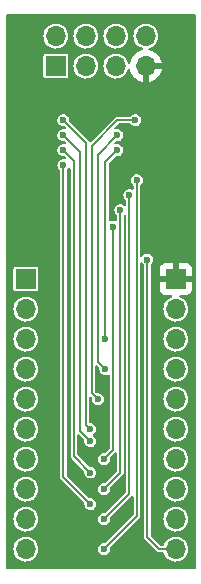
<source format=gbr>
%TF.GenerationSoftware,KiCad,Pcbnew,6.0.11+dfsg-1~bpo11+1*%
%TF.CreationDate,2024-04-18T21:43:09+09:00*%
%TF.ProjectId,pcb-devboard,7063622d-6465-4766-926f-6172642e6b69,rev?*%
%TF.SameCoordinates,Original*%
%TF.FileFunction,Copper,L2,Bot*%
%TF.FilePolarity,Positive*%
%FSLAX46Y46*%
G04 Gerber Fmt 4.6, Leading zero omitted, Abs format (unit mm)*
G04 Created by KiCad (PCBNEW 6.0.11+dfsg-1~bpo11+1) date 2024-04-18 21:43:09*
%MOMM*%
%LPD*%
G01*
G04 APERTURE LIST*
%TA.AperFunction,ComponentPad*%
%ADD10R,1.700000X1.700000*%
%TD*%
%TA.AperFunction,ComponentPad*%
%ADD11O,1.700000X1.700000*%
%TD*%
%TA.AperFunction,ViaPad*%
%ADD12C,0.600000*%
%TD*%
%TA.AperFunction,Conductor*%
%ADD13C,0.150000*%
%TD*%
G04 APERTURE END LIST*
D10*
%TO.P,J4,1,Pin_1*%
%TO.N,VSYS*%
X109220000Y-93726000D03*
D11*
%TO.P,J4,2,Pin_2*%
%TO.N,/PIN_PA6*%
X109220000Y-91186000D03*
%TO.P,J4,3,Pin_3*%
%TO.N,/PIN_PA7*%
X111760000Y-93726000D03*
%TO.P,J4,4,Pin_4*%
%TO.N,/PIN_PA0*%
X111760000Y-91186000D03*
%TO.P,J4,5,Pin_5*%
%TO.N,/PIN_PA1*%
X114300000Y-93726000D03*
%TO.P,J4,6,Pin_6*%
%TO.N,/PIN_PA2*%
X114300000Y-91186000D03*
%TO.P,J4,7,Pin_7*%
%TO.N,GND*%
X116840000Y-93726000D03*
%TO.P,J4,8,Pin_8*%
%TO.N,unconnected-(J4-Pad8)*%
X116840000Y-91186000D03*
%TD*%
D10*
%TO.P,J2,1,Pin_1*%
%TO.N,GND*%
X119380000Y-111760000D03*
D11*
%TO.P,J2,2,Pin_2*%
%TO.N,/PIN_PA0*%
X119380000Y-114300000D03*
%TO.P,J2,3,Pin_3*%
%TO.N,/PIN_PA1*%
X119380000Y-116840000D03*
%TO.P,J2,4,Pin_4*%
%TO.N,/PIN_PA2*%
X119380000Y-119380000D03*
%TO.P,J2,5,Pin_5*%
%TO.N,/PIN_PA3*%
X119380000Y-121920000D03*
%TO.P,J2,6,Pin_6*%
%TO.N,/PIN_PA4*%
X119380000Y-124460000D03*
%TO.P,J2,7,Pin_7*%
%TO.N,/PIN_PA5*%
X119380000Y-127000000D03*
%TO.P,J2,8,Pin_8*%
%TO.N,/PIN_PA6*%
X119380000Y-129540000D03*
%TO.P,J2,9,Pin_9*%
%TO.N,/PIN_PA7*%
X119380000Y-132080000D03*
%TO.P,J2,10,Pin_10*%
%TO.N,/PIN_PB0*%
X119380000Y-134620000D03*
%TD*%
D10*
%TO.P,J3,1,Pin_1*%
%TO.N,VSYS*%
X106680000Y-111760000D03*
D11*
%TO.P,J3,2,Pin_2*%
%TO.N,/PIN_PB1*%
X106680000Y-114300000D03*
%TO.P,J3,3,Pin_3*%
%TO.N,/PIN_PB2*%
X106680000Y-116840000D03*
%TO.P,J3,4,Pin_4*%
%TO.N,/PIN_PB3*%
X106680000Y-119380000D03*
%TO.P,J3,5,Pin_5*%
%TO.N,/PIN_PB4*%
X106680000Y-121920000D03*
%TO.P,J3,6,Pin_6*%
%TO.N,/PIN_PB5*%
X106680000Y-124460000D03*
%TO.P,J3,7,Pin_7*%
%TO.N,/PIN_PC0*%
X106680000Y-127000000D03*
%TO.P,J3,8,Pin_8*%
%TO.N,/PIN_PC1*%
X106680000Y-129540000D03*
%TO.P,J3,9,Pin_9*%
%TO.N,/PIN_PC2*%
X106680000Y-132080000D03*
%TO.P,J3,10,Pin_10*%
%TO.N,/PIN_PC3*%
X106680000Y-134620000D03*
%TD*%
D12*
%TO.N,/PIN_PA1*%
X114427000Y-100838000D03*
X113411000Y-116840000D03*
%TO.N,/PIN_PA2*%
X114427000Y-99568000D03*
X113411000Y-119380000D03*
%TO.N,/PIN_PA7*%
X109855000Y-102108000D03*
X112141000Y-130810000D03*
%TO.N,/PIN_PA6*%
X109855000Y-100838000D03*
X112141000Y-128143000D03*
%TO.N,/PIN_PA3*%
X112776000Y-121920000D03*
X115951000Y-98298000D03*
%TO.N,/PIN_PA4*%
X112141000Y-124460000D03*
X109855000Y-98298000D03*
%TO.N,/PIN_PA5*%
X109855000Y-99568000D03*
X112141000Y-125476000D03*
%TO.N,/PIN_PB0*%
X116967000Y-110109000D03*
%TO.N,/PIN_PC0*%
X113284000Y-127000000D03*
X114046000Y-107315000D03*
%TO.N,/PIN_PC1*%
X113284000Y-129540000D03*
X114681000Y-105918000D03*
%TO.N,/PIN_PC2*%
X115443000Y-104648000D03*
X113284000Y-132080000D03*
%TO.N,/PIN_PC3*%
X113284000Y-134620000D03*
X116078000Y-103378000D03*
%TD*%
D13*
%TO.N,/PIN_PA2*%
X112776000Y-101252500D02*
X112776000Y-101219000D01*
X112776000Y-101219000D02*
X114427000Y-99568000D01*
%TO.N,/PIN_PA1*%
X114427000Y-100838000D02*
X113411000Y-101854000D01*
X113411000Y-101854000D02*
X113411000Y-116840000D01*
%TO.N,/PIN_PA2*%
X113411000Y-119380000D02*
X112776000Y-118745000D01*
X112776000Y-118745000D02*
X112776000Y-101252500D01*
%TO.N,/PIN_PA7*%
X109855000Y-128524000D02*
X112141000Y-130810000D01*
X109855000Y-102108000D02*
X109855000Y-128524000D01*
%TO.N,/PIN_PA6*%
X109855000Y-100838000D02*
X110744000Y-101727000D01*
X110744000Y-101727000D02*
X110744000Y-126746000D01*
X110744000Y-126746000D02*
X112141000Y-128143000D01*
%TO.N,/PIN_PA3*%
X112268000Y-121412000D02*
X112268000Y-100457000D01*
X112776000Y-121920000D02*
X112268000Y-121412000D01*
X112268000Y-100457000D02*
X114427000Y-98298000D01*
X114427000Y-98298000D02*
X115951000Y-98298000D01*
%TO.N,/PIN_PA4*%
X111760000Y-124079000D02*
X112141000Y-124460000D01*
X109855000Y-98298000D02*
X111760000Y-100203000D01*
X111760000Y-100203000D02*
X111760000Y-124079000D01*
%TO.N,/PIN_PA5*%
X109855000Y-99568000D02*
X111252000Y-100965000D01*
X111252000Y-124587000D02*
X112141000Y-125476000D01*
X111252000Y-100965000D02*
X111252000Y-124587000D01*
%TO.N,/PIN_PB0*%
X119380000Y-134620000D02*
X117983000Y-134620000D01*
X116967000Y-133604000D02*
X116967000Y-110109000D01*
X116967000Y-133604000D02*
X117983000Y-134620000D01*
%TO.N,/PIN_PC0*%
X113284000Y-127000000D02*
X114046000Y-126238000D01*
X114046000Y-126238000D02*
X114046000Y-107315000D01*
%TO.N,/PIN_PC1*%
X114681000Y-128143000D02*
X114681000Y-105918000D01*
X113284000Y-129540000D02*
X114681000Y-128143000D01*
%TO.N,/PIN_PC2*%
X113284000Y-132080000D02*
X115443000Y-129921000D01*
X115443000Y-129921000D02*
X115443000Y-104648000D01*
%TO.N,/PIN_PC3*%
X113284000Y-134620000D02*
X116078000Y-131826000D01*
X116078000Y-131826000D02*
X116078000Y-103378000D01*
%TD*%
%TA.AperFunction,Conductor*%
%TO.N,GND*%
G36*
X121043691Y-89373407D02*
G01*
X121079655Y-89422907D01*
X121084500Y-89453500D01*
X121084500Y-136225500D01*
X121065593Y-136283691D01*
X121016093Y-136319655D01*
X120985500Y-136324500D01*
X105074500Y-136324500D01*
X105016309Y-136305593D01*
X104980345Y-136256093D01*
X104975500Y-136225500D01*
X104975500Y-134605262D01*
X105624520Y-134605262D01*
X105625526Y-134617244D01*
X105639927Y-134788731D01*
X105641759Y-134810553D01*
X105643092Y-134815201D01*
X105643092Y-134815202D01*
X105697176Y-135003814D01*
X105698544Y-135008586D01*
X105792712Y-135191818D01*
X105920677Y-135353270D01*
X105924357Y-135356402D01*
X105924359Y-135356404D01*
X106037017Y-135452283D01*
X106077564Y-135486791D01*
X106081787Y-135489151D01*
X106081791Y-135489154D01*
X106121342Y-135511258D01*
X106257398Y-135587297D01*
X106261996Y-135588791D01*
X106448724Y-135649463D01*
X106448726Y-135649464D01*
X106453329Y-135650959D01*
X106657894Y-135675351D01*
X106662716Y-135674980D01*
X106662719Y-135674980D01*
X106730541Y-135669761D01*
X106863300Y-135659546D01*
X107061725Y-135604145D01*
X107066038Y-135601966D01*
X107066044Y-135601964D01*
X107241289Y-135513441D01*
X107241291Y-135513440D01*
X107245610Y-135511258D01*
X107280943Y-135483653D01*
X107404135Y-135387406D01*
X107404139Y-135387402D01*
X107407951Y-135384424D01*
X107542564Y-135228472D01*
X107561231Y-135195613D01*
X107641934Y-135053550D01*
X107641935Y-135053547D01*
X107644323Y-135049344D01*
X107657882Y-135008586D01*
X107707824Y-134858454D01*
X107707824Y-134858452D01*
X107709351Y-134853863D01*
X107711869Y-134833935D01*
X107734823Y-134652228D01*
X107735171Y-134649474D01*
X107735583Y-134620000D01*
X107735313Y-134617244D01*
X107715952Y-134419780D01*
X107715951Y-134419776D01*
X107715480Y-134414970D01*
X107655935Y-134217749D01*
X107559218Y-134035849D01*
X107429011Y-133876200D01*
X107358651Y-133817993D01*
X107274002Y-133747965D01*
X107274000Y-133747964D01*
X107270275Y-133744882D01*
X107089055Y-133646897D01*
X106981367Y-133613562D01*
X106896875Y-133587407D01*
X106896871Y-133587406D01*
X106892254Y-133585977D01*
X106887446Y-133585472D01*
X106887443Y-133585471D01*
X106692185Y-133564949D01*
X106692183Y-133564949D01*
X106687369Y-133564443D01*
X106627354Y-133569905D01*
X106487022Y-133582675D01*
X106487017Y-133582676D01*
X106482203Y-133583114D01*
X106284572Y-133641280D01*
X106280288Y-133643519D01*
X106280287Y-133643520D01*
X106269428Y-133649197D01*
X106102002Y-133736726D01*
X106098231Y-133739758D01*
X105945220Y-133862781D01*
X105945217Y-133862783D01*
X105941447Y-133865815D01*
X105938333Y-133869526D01*
X105938332Y-133869527D01*
X105929585Y-133879952D01*
X105809024Y-134023630D01*
X105806689Y-134027878D01*
X105806688Y-134027879D01*
X105799955Y-134040126D01*
X105709776Y-134204162D01*
X105708313Y-134208775D01*
X105708311Y-134208779D01*
X105700016Y-134234930D01*
X105647484Y-134400532D01*
X105646944Y-134405344D01*
X105646944Y-134405345D01*
X105628753Y-134567527D01*
X105624520Y-134605262D01*
X104975500Y-134605262D01*
X104975500Y-132065262D01*
X105624520Y-132065262D01*
X105641759Y-132270553D01*
X105643092Y-132275201D01*
X105643092Y-132275202D01*
X105697176Y-132463814D01*
X105698544Y-132468586D01*
X105792712Y-132651818D01*
X105920677Y-132813270D01*
X105924357Y-132816402D01*
X105924359Y-132816404D01*
X106037017Y-132912283D01*
X106077564Y-132946791D01*
X106081787Y-132949151D01*
X106081791Y-132949154D01*
X106121342Y-132971258D01*
X106257398Y-133047297D01*
X106261996Y-133048791D01*
X106448724Y-133109463D01*
X106448726Y-133109464D01*
X106453329Y-133110959D01*
X106657894Y-133135351D01*
X106662716Y-133134980D01*
X106662719Y-133134980D01*
X106730541Y-133129761D01*
X106863300Y-133119546D01*
X107061725Y-133064145D01*
X107066038Y-133061966D01*
X107066044Y-133061964D01*
X107241289Y-132973441D01*
X107241291Y-132973440D01*
X107245610Y-132971258D01*
X107280943Y-132943653D01*
X107404135Y-132847406D01*
X107404139Y-132847402D01*
X107407951Y-132844424D01*
X107542564Y-132688472D01*
X107561231Y-132655613D01*
X107641934Y-132513550D01*
X107641935Y-132513547D01*
X107644323Y-132509344D01*
X107657882Y-132468586D01*
X107707824Y-132318454D01*
X107707824Y-132318452D01*
X107709351Y-132313863D01*
X107721717Y-132215979D01*
X107734823Y-132112228D01*
X107735171Y-132109474D01*
X107735583Y-132080000D01*
X107735313Y-132077244D01*
X107715952Y-131879780D01*
X107715951Y-131879776D01*
X107715480Y-131874970D01*
X107655935Y-131677749D01*
X107559218Y-131495849D01*
X107429011Y-131336200D01*
X107397238Y-131309915D01*
X107274002Y-131207965D01*
X107274000Y-131207964D01*
X107270275Y-131204882D01*
X107089055Y-131106897D01*
X107022869Y-131086409D01*
X106896875Y-131047407D01*
X106896871Y-131047406D01*
X106892254Y-131045977D01*
X106887446Y-131045472D01*
X106887443Y-131045471D01*
X106692185Y-131024949D01*
X106692183Y-131024949D01*
X106687369Y-131024443D01*
X106627354Y-131029905D01*
X106487022Y-131042675D01*
X106487017Y-131042676D01*
X106482203Y-131043114D01*
X106284572Y-131101280D01*
X106280288Y-131103519D01*
X106280287Y-131103520D01*
X106269428Y-131109197D01*
X106102002Y-131196726D01*
X106098231Y-131199758D01*
X105945220Y-131322781D01*
X105945217Y-131322783D01*
X105941447Y-131325815D01*
X105938333Y-131329526D01*
X105938332Y-131329527D01*
X105929585Y-131339952D01*
X105809024Y-131483630D01*
X105806689Y-131487878D01*
X105806688Y-131487879D01*
X105799955Y-131500126D01*
X105709776Y-131664162D01*
X105708313Y-131668775D01*
X105708311Y-131668779D01*
X105670139Y-131789115D01*
X105647484Y-131860532D01*
X105646944Y-131865344D01*
X105646944Y-131865345D01*
X105628753Y-132027527D01*
X105624520Y-132065262D01*
X104975500Y-132065262D01*
X104975500Y-129525262D01*
X105624520Y-129525262D01*
X105641759Y-129730553D01*
X105643092Y-129735201D01*
X105643092Y-129735202D01*
X105697176Y-129923814D01*
X105698544Y-129928586D01*
X105792712Y-130111818D01*
X105920677Y-130273270D01*
X105924357Y-130276402D01*
X105924359Y-130276404D01*
X105962696Y-130309031D01*
X106077564Y-130406791D01*
X106081787Y-130409151D01*
X106081791Y-130409154D01*
X106198702Y-130474493D01*
X106257398Y-130507297D01*
X106261996Y-130508791D01*
X106448724Y-130569463D01*
X106448726Y-130569464D01*
X106453329Y-130570959D01*
X106657894Y-130595351D01*
X106662716Y-130594980D01*
X106662719Y-130594980D01*
X106730541Y-130589761D01*
X106863300Y-130579546D01*
X107061725Y-130524145D01*
X107066038Y-130521966D01*
X107066044Y-130521964D01*
X107241289Y-130433441D01*
X107241291Y-130433440D01*
X107245610Y-130431258D01*
X107343443Y-130354823D01*
X107404135Y-130307406D01*
X107404139Y-130307402D01*
X107407951Y-130304424D01*
X107413875Y-130297562D01*
X107502346Y-130195065D01*
X107542564Y-130148472D01*
X107561231Y-130115613D01*
X107641934Y-129973550D01*
X107641935Y-129973547D01*
X107644323Y-129969344D01*
X107651380Y-129948132D01*
X107707824Y-129778454D01*
X107707824Y-129778452D01*
X107709351Y-129773863D01*
X107721717Y-129675979D01*
X107734823Y-129572228D01*
X107735171Y-129569474D01*
X107735583Y-129540000D01*
X107735313Y-129537244D01*
X107715952Y-129339780D01*
X107715951Y-129339776D01*
X107715480Y-129334970D01*
X107655935Y-129137749D01*
X107559218Y-128955849D01*
X107429011Y-128796200D01*
X107358651Y-128737993D01*
X107274002Y-128667965D01*
X107274000Y-128667964D01*
X107270275Y-128664882D01*
X107089055Y-128566897D01*
X107025855Y-128547333D01*
X106896875Y-128507407D01*
X106896871Y-128507406D01*
X106892254Y-128505977D01*
X106887446Y-128505472D01*
X106887443Y-128505471D01*
X106692185Y-128484949D01*
X106692183Y-128484949D01*
X106687369Y-128484443D01*
X106627354Y-128489905D01*
X106487022Y-128502675D01*
X106487017Y-128502676D01*
X106482203Y-128503114D01*
X106284572Y-128561280D01*
X106280288Y-128563519D01*
X106280287Y-128563520D01*
X106269428Y-128569197D01*
X106102002Y-128656726D01*
X106098231Y-128659758D01*
X105945220Y-128782781D01*
X105945217Y-128782783D01*
X105941447Y-128785815D01*
X105938333Y-128789526D01*
X105938332Y-128789527D01*
X105929585Y-128799952D01*
X105809024Y-128943630D01*
X105806689Y-128947878D01*
X105806688Y-128947879D01*
X105799955Y-128960126D01*
X105709776Y-129124162D01*
X105708313Y-129128775D01*
X105708311Y-129128779D01*
X105700016Y-129154930D01*
X105647484Y-129320532D01*
X105646944Y-129325344D01*
X105646944Y-129325345D01*
X105628753Y-129487527D01*
X105624520Y-129525262D01*
X104975500Y-129525262D01*
X104975500Y-126985262D01*
X105624520Y-126985262D01*
X105641759Y-127190553D01*
X105643092Y-127195201D01*
X105643092Y-127195202D01*
X105697176Y-127383814D01*
X105698544Y-127388586D01*
X105792712Y-127571818D01*
X105920677Y-127733270D01*
X105924357Y-127736402D01*
X105924359Y-127736404D01*
X106037017Y-127832283D01*
X106077564Y-127866791D01*
X106081787Y-127869151D01*
X106081791Y-127869154D01*
X106121342Y-127891258D01*
X106257398Y-127967297D01*
X106261996Y-127968791D01*
X106448724Y-128029463D01*
X106448726Y-128029464D01*
X106453329Y-128030959D01*
X106657894Y-128055351D01*
X106662716Y-128054980D01*
X106662719Y-128054980D01*
X106730541Y-128049761D01*
X106863300Y-128039546D01*
X107061725Y-127984145D01*
X107066038Y-127981966D01*
X107066044Y-127981964D01*
X107241289Y-127893441D01*
X107241291Y-127893440D01*
X107245610Y-127891258D01*
X107280943Y-127863653D01*
X107404135Y-127767406D01*
X107404139Y-127767402D01*
X107407951Y-127764424D01*
X107413388Y-127758126D01*
X107479128Y-127681964D01*
X107542564Y-127608472D01*
X107561231Y-127575613D01*
X107641934Y-127433550D01*
X107641935Y-127433547D01*
X107644323Y-127429344D01*
X107657882Y-127388586D01*
X107707824Y-127238454D01*
X107707824Y-127238452D01*
X107709351Y-127233863D01*
X107721717Y-127135979D01*
X107734823Y-127032228D01*
X107735171Y-127029474D01*
X107735583Y-127000000D01*
X107735313Y-126997244D01*
X107715952Y-126799780D01*
X107715951Y-126799776D01*
X107715480Y-126794970D01*
X107655935Y-126597749D01*
X107559218Y-126415849D01*
X107429011Y-126256200D01*
X107304119Y-126152880D01*
X107274002Y-126127965D01*
X107274000Y-126127964D01*
X107270275Y-126124882D01*
X107089055Y-126026897D01*
X107025855Y-126007333D01*
X106896875Y-125967407D01*
X106896871Y-125967406D01*
X106892254Y-125965977D01*
X106887446Y-125965472D01*
X106887443Y-125965471D01*
X106692185Y-125944949D01*
X106692183Y-125944949D01*
X106687369Y-125944443D01*
X106627354Y-125949905D01*
X106487022Y-125962675D01*
X106487017Y-125962676D01*
X106482203Y-125963114D01*
X106284572Y-126021280D01*
X106280288Y-126023519D01*
X106280287Y-126023520D01*
X106269428Y-126029197D01*
X106102002Y-126116726D01*
X106098231Y-126119758D01*
X105945220Y-126242781D01*
X105945217Y-126242783D01*
X105941447Y-126245815D01*
X105938333Y-126249526D01*
X105938332Y-126249527D01*
X105929585Y-126259952D01*
X105809024Y-126403630D01*
X105806689Y-126407878D01*
X105806688Y-126407879D01*
X105799955Y-126420126D01*
X105709776Y-126584162D01*
X105708313Y-126588775D01*
X105708311Y-126588779D01*
X105670138Y-126709116D01*
X105647484Y-126780532D01*
X105646944Y-126785344D01*
X105646944Y-126785345D01*
X105628753Y-126947527D01*
X105624520Y-126985262D01*
X104975500Y-126985262D01*
X104975500Y-124445262D01*
X105624520Y-124445262D01*
X105641759Y-124650553D01*
X105643092Y-124655201D01*
X105643092Y-124655202D01*
X105697176Y-124843814D01*
X105698544Y-124848586D01*
X105792712Y-125031818D01*
X105920677Y-125193270D01*
X105924357Y-125196402D01*
X105924359Y-125196404D01*
X106037017Y-125292283D01*
X106077564Y-125326791D01*
X106081787Y-125329151D01*
X106081791Y-125329154D01*
X106121342Y-125351258D01*
X106257398Y-125427297D01*
X106261996Y-125428791D01*
X106448724Y-125489463D01*
X106448726Y-125489464D01*
X106453329Y-125490959D01*
X106657894Y-125515351D01*
X106662716Y-125514980D01*
X106662719Y-125514980D01*
X106730541Y-125509761D01*
X106863300Y-125499546D01*
X107061725Y-125444145D01*
X107066038Y-125441966D01*
X107066044Y-125441964D01*
X107241289Y-125353441D01*
X107241291Y-125353440D01*
X107245610Y-125351258D01*
X107260981Y-125339249D01*
X107404135Y-125227406D01*
X107404139Y-125227402D01*
X107407951Y-125224424D01*
X107430565Y-125198226D01*
X107515085Y-125100307D01*
X107542564Y-125068472D01*
X107561231Y-125035613D01*
X107641934Y-124893550D01*
X107641935Y-124893547D01*
X107644323Y-124889344D01*
X107646232Y-124883608D01*
X107707824Y-124698454D01*
X107707824Y-124698452D01*
X107709351Y-124693863D01*
X107721717Y-124595979D01*
X107734823Y-124492228D01*
X107735171Y-124489474D01*
X107735583Y-124460000D01*
X107735313Y-124457244D01*
X107715952Y-124259780D01*
X107715951Y-124259776D01*
X107715480Y-124254970D01*
X107655935Y-124057749D01*
X107559218Y-123875849D01*
X107429011Y-123716200D01*
X107270275Y-123584882D01*
X107089055Y-123486897D01*
X107025855Y-123467333D01*
X106896875Y-123427407D01*
X106896871Y-123427406D01*
X106892254Y-123425977D01*
X106887446Y-123425472D01*
X106887443Y-123425471D01*
X106692185Y-123404949D01*
X106692183Y-123404949D01*
X106687369Y-123404443D01*
X106627354Y-123409905D01*
X106487022Y-123422675D01*
X106487017Y-123422676D01*
X106482203Y-123423114D01*
X106284572Y-123481280D01*
X106280288Y-123483519D01*
X106280287Y-123483520D01*
X106269428Y-123489197D01*
X106102002Y-123576726D01*
X106098231Y-123579758D01*
X105945220Y-123702781D01*
X105945217Y-123702783D01*
X105941447Y-123705815D01*
X105938333Y-123709526D01*
X105938332Y-123709527D01*
X105929585Y-123719952D01*
X105809024Y-123863630D01*
X105806689Y-123867878D01*
X105806688Y-123867879D01*
X105799955Y-123880126D01*
X105709776Y-124044162D01*
X105708313Y-124048775D01*
X105708311Y-124048779D01*
X105697041Y-124084307D01*
X105647484Y-124240532D01*
X105646944Y-124245344D01*
X105646944Y-124245345D01*
X105641600Y-124292993D01*
X105624520Y-124445262D01*
X104975500Y-124445262D01*
X104975500Y-121905262D01*
X105624520Y-121905262D01*
X105641759Y-122110553D01*
X105643092Y-122115201D01*
X105643092Y-122115202D01*
X105697176Y-122303814D01*
X105698544Y-122308586D01*
X105792712Y-122491818D01*
X105920677Y-122653270D01*
X105924357Y-122656402D01*
X105924359Y-122656404D01*
X106037017Y-122752283D01*
X106077564Y-122786791D01*
X106081787Y-122789151D01*
X106081791Y-122789154D01*
X106121342Y-122811258D01*
X106257398Y-122887297D01*
X106261996Y-122888791D01*
X106448724Y-122949463D01*
X106448726Y-122949464D01*
X106453329Y-122950959D01*
X106657894Y-122975351D01*
X106662716Y-122974980D01*
X106662719Y-122974980D01*
X106730541Y-122969761D01*
X106863300Y-122959546D01*
X107061725Y-122904145D01*
X107066038Y-122901966D01*
X107066044Y-122901964D01*
X107241289Y-122813441D01*
X107241291Y-122813440D01*
X107245610Y-122811258D01*
X107280943Y-122783653D01*
X107404135Y-122687406D01*
X107404139Y-122687402D01*
X107407951Y-122684424D01*
X107542564Y-122528472D01*
X107561231Y-122495613D01*
X107641934Y-122353550D01*
X107641935Y-122353547D01*
X107644323Y-122349344D01*
X107657882Y-122308586D01*
X107707824Y-122158454D01*
X107707824Y-122158452D01*
X107709351Y-122153863D01*
X107721717Y-122055979D01*
X107734823Y-121952228D01*
X107735171Y-121949474D01*
X107735583Y-121920000D01*
X107735313Y-121917244D01*
X107715952Y-121719780D01*
X107715951Y-121719776D01*
X107715480Y-121714970D01*
X107655935Y-121517749D01*
X107559218Y-121335849D01*
X107429011Y-121176200D01*
X107270275Y-121044882D01*
X107089055Y-120946897D01*
X107025855Y-120927333D01*
X106896875Y-120887407D01*
X106896871Y-120887406D01*
X106892254Y-120885977D01*
X106887446Y-120885472D01*
X106887443Y-120885471D01*
X106692185Y-120864949D01*
X106692183Y-120864949D01*
X106687369Y-120864443D01*
X106627354Y-120869905D01*
X106487022Y-120882675D01*
X106487017Y-120882676D01*
X106482203Y-120883114D01*
X106284572Y-120941280D01*
X106280288Y-120943519D01*
X106280287Y-120943520D01*
X106269428Y-120949197D01*
X106102002Y-121036726D01*
X106098231Y-121039758D01*
X105945220Y-121162781D01*
X105945217Y-121162783D01*
X105941447Y-121165815D01*
X105938333Y-121169526D01*
X105938332Y-121169527D01*
X105830628Y-121297884D01*
X105809024Y-121323630D01*
X105806689Y-121327878D01*
X105806688Y-121327879D01*
X105799955Y-121340126D01*
X105709776Y-121504162D01*
X105708313Y-121508775D01*
X105708311Y-121508779D01*
X105697041Y-121544307D01*
X105647484Y-121700532D01*
X105646944Y-121705344D01*
X105646944Y-121705345D01*
X105635416Y-121808124D01*
X105624520Y-121905262D01*
X104975500Y-121905262D01*
X104975500Y-119365262D01*
X105624520Y-119365262D01*
X105641759Y-119570553D01*
X105643092Y-119575201D01*
X105643092Y-119575202D01*
X105696328Y-119760857D01*
X105698544Y-119768586D01*
X105792712Y-119951818D01*
X105920677Y-120113270D01*
X105924357Y-120116402D01*
X105924359Y-120116404D01*
X106037017Y-120212283D01*
X106077564Y-120246791D01*
X106081787Y-120249151D01*
X106081791Y-120249154D01*
X106121342Y-120271258D01*
X106257398Y-120347297D01*
X106261996Y-120348791D01*
X106448724Y-120409463D01*
X106448726Y-120409464D01*
X106453329Y-120410959D01*
X106657894Y-120435351D01*
X106662716Y-120434980D01*
X106662719Y-120434980D01*
X106730541Y-120429761D01*
X106863300Y-120419546D01*
X107061725Y-120364145D01*
X107066038Y-120361966D01*
X107066044Y-120361964D01*
X107241289Y-120273441D01*
X107241291Y-120273440D01*
X107245610Y-120271258D01*
X107280943Y-120243653D01*
X107404135Y-120147406D01*
X107404139Y-120147402D01*
X107407951Y-120144424D01*
X107542564Y-119988472D01*
X107561231Y-119955613D01*
X107641934Y-119813550D01*
X107641935Y-119813547D01*
X107644323Y-119809344D01*
X107657882Y-119768586D01*
X107707824Y-119618454D01*
X107707824Y-119618452D01*
X107709351Y-119613863D01*
X107721717Y-119515979D01*
X107734823Y-119412228D01*
X107735171Y-119409474D01*
X107735583Y-119380000D01*
X107735313Y-119377244D01*
X107715952Y-119179780D01*
X107715951Y-119179776D01*
X107715480Y-119174970D01*
X107655935Y-118977749D01*
X107559218Y-118795849D01*
X107429011Y-118636200D01*
X107270275Y-118504882D01*
X107089055Y-118406897D01*
X107025855Y-118387333D01*
X106896875Y-118347407D01*
X106896871Y-118347406D01*
X106892254Y-118345977D01*
X106887446Y-118345472D01*
X106887443Y-118345471D01*
X106692185Y-118324949D01*
X106692183Y-118324949D01*
X106687369Y-118324443D01*
X106627354Y-118329905D01*
X106487022Y-118342675D01*
X106487017Y-118342676D01*
X106482203Y-118343114D01*
X106284572Y-118401280D01*
X106280288Y-118403519D01*
X106280287Y-118403520D01*
X106269428Y-118409197D01*
X106102002Y-118496726D01*
X106098231Y-118499758D01*
X105945220Y-118622781D01*
X105945217Y-118622783D01*
X105941447Y-118625815D01*
X105938333Y-118629526D01*
X105938332Y-118629527D01*
X105929585Y-118639952D01*
X105809024Y-118783630D01*
X105806689Y-118787878D01*
X105806688Y-118787879D01*
X105799955Y-118800126D01*
X105709776Y-118964162D01*
X105708313Y-118968775D01*
X105708311Y-118968779D01*
X105683508Y-119046969D01*
X105647484Y-119160532D01*
X105646944Y-119165344D01*
X105646944Y-119165345D01*
X105645865Y-119174970D01*
X105624520Y-119365262D01*
X104975500Y-119365262D01*
X104975500Y-116825262D01*
X105624520Y-116825262D01*
X105641759Y-117030553D01*
X105643092Y-117035201D01*
X105643092Y-117035202D01*
X105687110Y-117188710D01*
X105698544Y-117228586D01*
X105792712Y-117411818D01*
X105920677Y-117573270D01*
X105924357Y-117576402D01*
X105924359Y-117576404D01*
X106037017Y-117672283D01*
X106077564Y-117706791D01*
X106081787Y-117709151D01*
X106081791Y-117709154D01*
X106121342Y-117731258D01*
X106257398Y-117807297D01*
X106261996Y-117808791D01*
X106448724Y-117869463D01*
X106448726Y-117869464D01*
X106453329Y-117870959D01*
X106657894Y-117895351D01*
X106662716Y-117894980D01*
X106662719Y-117894980D01*
X106730541Y-117889761D01*
X106863300Y-117879546D01*
X107061725Y-117824145D01*
X107066038Y-117821966D01*
X107066044Y-117821964D01*
X107241289Y-117733441D01*
X107241291Y-117733440D01*
X107245610Y-117731258D01*
X107280943Y-117703653D01*
X107404135Y-117607406D01*
X107404139Y-117607402D01*
X107407951Y-117604424D01*
X107542564Y-117448472D01*
X107561231Y-117415613D01*
X107641934Y-117273550D01*
X107641935Y-117273547D01*
X107644323Y-117269344D01*
X107657882Y-117228586D01*
X107707824Y-117078454D01*
X107707824Y-117078452D01*
X107709351Y-117073863D01*
X107735171Y-116869474D01*
X107735583Y-116840000D01*
X107715480Y-116634970D01*
X107655935Y-116437749D01*
X107559218Y-116255849D01*
X107429011Y-116096200D01*
X107270275Y-115964882D01*
X107089055Y-115866897D01*
X107025855Y-115847333D01*
X106896875Y-115807407D01*
X106896871Y-115807406D01*
X106892254Y-115805977D01*
X106887446Y-115805472D01*
X106887443Y-115805471D01*
X106692185Y-115784949D01*
X106692183Y-115784949D01*
X106687369Y-115784443D01*
X106627354Y-115789905D01*
X106487022Y-115802675D01*
X106487017Y-115802676D01*
X106482203Y-115803114D01*
X106284572Y-115861280D01*
X106280288Y-115863519D01*
X106280287Y-115863520D01*
X106269428Y-115869197D01*
X106102002Y-115956726D01*
X106098231Y-115959758D01*
X105945220Y-116082781D01*
X105945217Y-116082783D01*
X105941447Y-116085815D01*
X105938333Y-116089526D01*
X105938332Y-116089527D01*
X105929585Y-116099952D01*
X105809024Y-116243630D01*
X105806689Y-116247878D01*
X105806688Y-116247879D01*
X105799955Y-116260126D01*
X105709776Y-116424162D01*
X105708313Y-116428775D01*
X105708311Y-116428779D01*
X105688601Y-116490914D01*
X105647484Y-116620532D01*
X105646944Y-116625344D01*
X105646944Y-116625345D01*
X105645865Y-116634970D01*
X105624520Y-116825262D01*
X104975500Y-116825262D01*
X104975500Y-114285262D01*
X105624520Y-114285262D01*
X105641759Y-114490553D01*
X105698544Y-114688586D01*
X105792712Y-114871818D01*
X105920677Y-115033270D01*
X105924357Y-115036402D01*
X105924359Y-115036404D01*
X106037017Y-115132283D01*
X106077564Y-115166791D01*
X106081787Y-115169151D01*
X106081791Y-115169154D01*
X106121342Y-115191258D01*
X106257398Y-115267297D01*
X106261996Y-115268791D01*
X106448724Y-115329463D01*
X106448726Y-115329464D01*
X106453329Y-115330959D01*
X106657894Y-115355351D01*
X106662716Y-115354980D01*
X106662719Y-115354980D01*
X106730541Y-115349761D01*
X106863300Y-115339546D01*
X107061725Y-115284145D01*
X107066038Y-115281966D01*
X107066044Y-115281964D01*
X107241289Y-115193441D01*
X107241291Y-115193440D01*
X107245610Y-115191258D01*
X107280943Y-115163653D01*
X107404135Y-115067406D01*
X107404139Y-115067402D01*
X107407951Y-115064424D01*
X107542564Y-114908472D01*
X107561231Y-114875613D01*
X107641934Y-114733550D01*
X107641935Y-114733547D01*
X107644323Y-114729344D01*
X107657882Y-114688586D01*
X107707824Y-114538454D01*
X107707824Y-114538452D01*
X107709351Y-114533863D01*
X107735171Y-114329474D01*
X107735583Y-114300000D01*
X107715480Y-114094970D01*
X107655935Y-113897749D01*
X107559218Y-113715849D01*
X107429011Y-113556200D01*
X107270275Y-113424882D01*
X107089055Y-113326897D01*
X106992774Y-113297093D01*
X106896875Y-113267407D01*
X106896871Y-113267406D01*
X106892254Y-113265977D01*
X106887446Y-113265472D01*
X106887443Y-113265471D01*
X106692185Y-113244949D01*
X106692183Y-113244949D01*
X106687369Y-113244443D01*
X106627354Y-113249905D01*
X106487022Y-113262675D01*
X106487017Y-113262676D01*
X106482203Y-113263114D01*
X106284572Y-113321280D01*
X106280288Y-113323519D01*
X106280287Y-113323520D01*
X106269428Y-113329197D01*
X106102002Y-113416726D01*
X106098231Y-113419758D01*
X105945220Y-113542781D01*
X105945217Y-113542783D01*
X105941447Y-113545815D01*
X105938333Y-113549526D01*
X105938332Y-113549527D01*
X105929585Y-113559952D01*
X105809024Y-113703630D01*
X105806689Y-113707878D01*
X105806688Y-113707879D01*
X105799955Y-113720126D01*
X105709776Y-113884162D01*
X105647484Y-114080532D01*
X105646944Y-114085344D01*
X105646944Y-114085345D01*
X105645865Y-114094970D01*
X105624520Y-114285262D01*
X104975500Y-114285262D01*
X104975500Y-112629748D01*
X105629500Y-112629748D01*
X105641133Y-112688231D01*
X105685448Y-112754552D01*
X105751769Y-112798867D01*
X105761332Y-112800769D01*
X105761334Y-112800770D01*
X105784005Y-112805279D01*
X105810252Y-112810500D01*
X107549748Y-112810500D01*
X107575995Y-112805279D01*
X107598666Y-112800770D01*
X107598668Y-112800769D01*
X107608231Y-112798867D01*
X107674552Y-112754552D01*
X107718867Y-112688231D01*
X107730500Y-112629748D01*
X107730500Y-110890252D01*
X107718867Y-110831769D01*
X107674552Y-110765448D01*
X107608231Y-110721133D01*
X107598668Y-110719231D01*
X107598666Y-110719230D01*
X107575995Y-110714721D01*
X107549748Y-110709500D01*
X105810252Y-110709500D01*
X105784005Y-110714721D01*
X105761334Y-110719230D01*
X105761332Y-110719231D01*
X105751769Y-110721133D01*
X105685448Y-110765448D01*
X105641133Y-110831769D01*
X105629500Y-110890252D01*
X105629500Y-112629748D01*
X104975500Y-112629748D01*
X104975500Y-102101823D01*
X109349391Y-102101823D01*
X109367980Y-102243979D01*
X109425720Y-102375203D01*
X109438792Y-102390754D01*
X109513431Y-102479549D01*
X109513434Y-102479551D01*
X109517970Y-102484948D01*
X109528294Y-102491820D01*
X109535356Y-102496521D01*
X109573320Y-102544504D01*
X109579500Y-102578933D01*
X109579500Y-128487116D01*
X109577598Y-128506429D01*
X109574103Y-128524000D01*
X109576005Y-128533562D01*
X109579500Y-128551132D01*
X109579500Y-128551133D01*
X109590625Y-128607060D01*
X109595485Y-128631495D01*
X109656376Y-128722624D01*
X109664486Y-128728043D01*
X109671267Y-128732574D01*
X109686269Y-128744885D01*
X111614633Y-130673249D01*
X111642410Y-130727766D01*
X111642450Y-130758483D01*
X111636477Y-130796847D01*
X111635391Y-130803823D01*
X111636306Y-130810820D01*
X111636306Y-130810821D01*
X111637814Y-130822354D01*
X111653980Y-130945979D01*
X111656821Y-130952435D01*
X111656821Y-130952436D01*
X111697758Y-131045471D01*
X111711720Y-131077203D01*
X111738614Y-131109197D01*
X111799431Y-131181549D01*
X111799434Y-131181551D01*
X111803970Y-131186948D01*
X111809841Y-131190856D01*
X111809842Y-131190857D01*
X111815291Y-131194484D01*
X111923313Y-131266390D01*
X112023920Y-131297821D01*
X112053425Y-131307039D01*
X112053426Y-131307039D01*
X112060157Y-131309142D01*
X112131828Y-131310456D01*
X112196445Y-131311641D01*
X112196447Y-131311641D01*
X112203499Y-131311770D01*
X112210302Y-131309915D01*
X112210304Y-131309915D01*
X112285503Y-131289413D01*
X112341817Y-131274060D01*
X112463991Y-131199045D01*
X112471403Y-131190857D01*
X112555468Y-131097982D01*
X112560200Y-131092754D01*
X112622710Y-130963733D01*
X112626875Y-130938982D01*
X112645862Y-130826124D01*
X112645862Y-130826120D01*
X112646496Y-130822354D01*
X112646647Y-130810000D01*
X112626323Y-130668082D01*
X112566984Y-130537572D01*
X112473400Y-130428963D01*
X112353095Y-130350985D01*
X112215739Y-130309907D01*
X112072376Y-130309031D01*
X112072393Y-130306241D01*
X112024155Y-130297562D01*
X112000933Y-130280317D01*
X110159496Y-128438880D01*
X110131719Y-128384363D01*
X110130500Y-128368876D01*
X110130500Y-102581591D01*
X110149407Y-102523400D01*
X110167629Y-102506537D01*
X110166554Y-102505242D01*
X110171987Y-102500732D01*
X110177991Y-102497045D01*
X110182719Y-102491822D01*
X110182721Y-102491820D01*
X110269468Y-102395982D01*
X110274200Y-102390754D01*
X110280406Y-102377945D01*
X110322794Y-102333821D01*
X110383022Y-102323039D01*
X110438085Y-102349717D01*
X110466951Y-102403665D01*
X110468500Y-102421111D01*
X110468500Y-126709116D01*
X110466598Y-126728429D01*
X110463103Y-126746000D01*
X110468500Y-126773132D01*
X110468500Y-126773133D01*
X110484485Y-126853495D01*
X110545376Y-126944624D01*
X110553486Y-126950043D01*
X110560267Y-126954574D01*
X110575269Y-126966885D01*
X111614633Y-128006249D01*
X111642410Y-128060766D01*
X111642450Y-128091483D01*
X111637165Y-128125431D01*
X111635391Y-128136823D01*
X111636306Y-128143820D01*
X111636306Y-128143821D01*
X111637449Y-128152562D01*
X111653980Y-128278979D01*
X111656821Y-128285435D01*
X111656821Y-128285436D01*
X111693536Y-128368876D01*
X111711720Y-128410203D01*
X111757845Y-128465076D01*
X111799431Y-128514549D01*
X111799434Y-128514551D01*
X111803970Y-128519948D01*
X111809841Y-128523856D01*
X111809842Y-128523857D01*
X111822143Y-128532045D01*
X111923313Y-128599390D01*
X111995461Y-128621930D01*
X112053425Y-128640039D01*
X112053426Y-128640039D01*
X112060157Y-128642142D01*
X112131828Y-128643456D01*
X112196445Y-128644641D01*
X112196447Y-128644641D01*
X112203499Y-128644770D01*
X112210302Y-128642915D01*
X112210304Y-128642915D01*
X112287275Y-128621930D01*
X112341817Y-128607060D01*
X112463991Y-128532045D01*
X112471403Y-128523857D01*
X112555468Y-128430982D01*
X112560200Y-128425754D01*
X112622710Y-128296733D01*
X112626875Y-128271982D01*
X112645862Y-128159124D01*
X112645862Y-128159120D01*
X112646496Y-128155354D01*
X112646647Y-128143000D01*
X112626323Y-128001082D01*
X112576389Y-127891258D01*
X112569905Y-127876996D01*
X112569904Y-127876995D01*
X112566984Y-127870572D01*
X112473400Y-127761963D01*
X112353095Y-127683985D01*
X112215739Y-127642907D01*
X112072376Y-127642031D01*
X112072393Y-127639241D01*
X112024155Y-127630562D01*
X112000933Y-127613317D01*
X111048496Y-126660880D01*
X111020719Y-126606363D01*
X111019500Y-126590876D01*
X111019500Y-124983124D01*
X111038407Y-124924933D01*
X111087907Y-124888969D01*
X111149093Y-124888969D01*
X111188504Y-124913120D01*
X111614633Y-125339249D01*
X111642410Y-125393766D01*
X111642450Y-125424483D01*
X111636477Y-125462847D01*
X111635391Y-125469823D01*
X111636306Y-125476820D01*
X111636306Y-125476821D01*
X111641296Y-125514980D01*
X111653980Y-125611979D01*
X111656821Y-125618435D01*
X111656821Y-125618436D01*
X111664586Y-125636082D01*
X111711720Y-125743203D01*
X111724792Y-125758754D01*
X111799431Y-125847549D01*
X111799434Y-125847551D01*
X111803970Y-125852948D01*
X111809841Y-125856856D01*
X111809842Y-125856857D01*
X111822143Y-125865045D01*
X111923313Y-125932390D01*
X112020252Y-125962675D01*
X112053425Y-125973039D01*
X112053426Y-125973039D01*
X112060157Y-125975142D01*
X112131828Y-125976456D01*
X112196445Y-125977641D01*
X112196447Y-125977641D01*
X112203499Y-125977770D01*
X112210302Y-125975915D01*
X112210304Y-125975915D01*
X112325740Y-125944443D01*
X112341817Y-125940060D01*
X112463991Y-125865045D01*
X112471403Y-125856857D01*
X112555468Y-125763982D01*
X112560200Y-125758754D01*
X112622710Y-125629733D01*
X112626875Y-125604982D01*
X112645862Y-125492124D01*
X112645862Y-125492120D01*
X112646496Y-125488354D01*
X112646647Y-125476000D01*
X112626323Y-125334082D01*
X112576465Y-125224424D01*
X112569905Y-125209996D01*
X112569904Y-125209995D01*
X112566984Y-125203572D01*
X112473400Y-125094963D01*
X112405651Y-125051050D01*
X112367104Y-125003534D01*
X112363849Y-124942435D01*
X112397128Y-124891092D01*
X112407688Y-124883615D01*
X112463991Y-124849045D01*
X112560200Y-124742754D01*
X112622710Y-124613733D01*
X112643153Y-124492228D01*
X112645862Y-124476124D01*
X112645862Y-124476120D01*
X112646496Y-124472354D01*
X112646647Y-124460000D01*
X112626323Y-124318082D01*
X112566984Y-124187572D01*
X112473400Y-124078963D01*
X112353095Y-124000985D01*
X112215739Y-123959907D01*
X112133895Y-123959407D01*
X112075821Y-123940145D01*
X112040160Y-123890426D01*
X112035500Y-123860409D01*
X112035500Y-121808124D01*
X112054407Y-121749933D01*
X112103907Y-121713969D01*
X112165093Y-121713969D01*
X112204504Y-121738120D01*
X112249633Y-121783249D01*
X112277410Y-121837766D01*
X112277450Y-121868483D01*
X112271724Y-121905262D01*
X112270391Y-121913823D01*
X112271306Y-121920820D01*
X112271306Y-121920821D01*
X112272814Y-121932354D01*
X112288980Y-122055979D01*
X112291821Y-122062435D01*
X112291821Y-122062436D01*
X112329937Y-122149060D01*
X112346720Y-122187203D01*
X112359792Y-122202754D01*
X112434431Y-122291549D01*
X112434434Y-122291551D01*
X112438970Y-122296948D01*
X112444841Y-122300856D01*
X112444842Y-122300857D01*
X112449456Y-122303928D01*
X112558313Y-122376390D01*
X112658920Y-122407821D01*
X112688425Y-122417039D01*
X112688426Y-122417039D01*
X112695157Y-122419142D01*
X112766828Y-122420456D01*
X112831445Y-122421641D01*
X112831447Y-122421641D01*
X112838499Y-122421770D01*
X112845302Y-122419915D01*
X112845304Y-122419915D01*
X112920503Y-122399413D01*
X112976817Y-122384060D01*
X113098991Y-122309045D01*
X113106403Y-122300857D01*
X113190468Y-122207982D01*
X113195200Y-122202754D01*
X113257710Y-122073733D01*
X113261875Y-122048982D01*
X113280862Y-121936124D01*
X113280862Y-121936120D01*
X113281496Y-121932354D01*
X113281647Y-121920000D01*
X113261323Y-121778082D01*
X113201984Y-121647572D01*
X113108400Y-121538963D01*
X112988095Y-121460985D01*
X112850739Y-121419907D01*
X112707376Y-121419031D01*
X112707393Y-121416241D01*
X112659155Y-121407562D01*
X112635933Y-121390317D01*
X112572496Y-121326880D01*
X112544719Y-121272363D01*
X112543500Y-121256876D01*
X112543500Y-119141124D01*
X112562407Y-119082933D01*
X112611907Y-119046969D01*
X112673093Y-119046969D01*
X112712504Y-119071120D01*
X112884633Y-119243249D01*
X112912410Y-119297766D01*
X112912450Y-119328483D01*
X112906724Y-119365262D01*
X112905391Y-119373823D01*
X112923980Y-119515979D01*
X112926821Y-119522435D01*
X112926821Y-119522436D01*
X112964937Y-119609060D01*
X112981720Y-119647203D01*
X113027845Y-119702076D01*
X113069431Y-119751549D01*
X113069434Y-119751551D01*
X113073970Y-119756948D01*
X113193313Y-119836390D01*
X113293920Y-119867821D01*
X113323425Y-119877039D01*
X113323426Y-119877039D01*
X113330157Y-119879142D01*
X113401828Y-119880456D01*
X113466445Y-119881641D01*
X113466447Y-119881641D01*
X113473499Y-119881770D01*
X113480302Y-119879915D01*
X113480304Y-119879915D01*
X113596459Y-119848247D01*
X113611817Y-119844060D01*
X113619697Y-119839222D01*
X113621466Y-119838795D01*
X113624300Y-119837569D01*
X113624513Y-119838061D01*
X113679177Y-119824884D01*
X113735727Y-119848247D01*
X113767743Y-119900387D01*
X113770500Y-119923586D01*
X113770500Y-126082876D01*
X113751593Y-126141067D01*
X113741504Y-126152880D01*
X113423507Y-126470877D01*
X113368990Y-126498654D01*
X113352898Y-126499871D01*
X113222427Y-126499074D01*
X113222426Y-126499074D01*
X113215376Y-126499031D01*
X113208599Y-126500968D01*
X113208598Y-126500968D01*
X113084309Y-126536490D01*
X113084307Y-126536491D01*
X113077529Y-126538428D01*
X112956280Y-126614930D01*
X112951613Y-126620214D01*
X112951611Y-126620216D01*
X112866044Y-126717103D01*
X112866042Y-126717105D01*
X112861377Y-126722388D01*
X112800447Y-126852163D01*
X112799362Y-126859132D01*
X112799361Y-126859135D01*
X112794985Y-126887244D01*
X112778391Y-126993823D01*
X112779306Y-127000820D01*
X112779306Y-127000821D01*
X112780814Y-127012354D01*
X112796980Y-127135979D01*
X112799821Y-127142435D01*
X112799821Y-127142436D01*
X112837937Y-127229060D01*
X112854720Y-127267203D01*
X112867792Y-127282754D01*
X112942431Y-127371549D01*
X112942434Y-127371551D01*
X112946970Y-127376948D01*
X112952841Y-127380856D01*
X112952842Y-127380857D01*
X112957456Y-127383928D01*
X113066313Y-127456390D01*
X113166920Y-127487821D01*
X113196425Y-127497039D01*
X113196426Y-127497039D01*
X113203157Y-127499142D01*
X113274828Y-127500456D01*
X113339445Y-127501641D01*
X113339447Y-127501641D01*
X113346499Y-127501770D01*
X113353302Y-127499915D01*
X113353304Y-127499915D01*
X113428503Y-127479413D01*
X113484817Y-127464060D01*
X113606991Y-127389045D01*
X113614403Y-127380857D01*
X113698468Y-127287982D01*
X113703200Y-127282754D01*
X113765710Y-127153733D01*
X113769875Y-127128982D01*
X113788862Y-127016124D01*
X113788862Y-127016120D01*
X113789496Y-127012354D01*
X113789647Y-127000000D01*
X113782132Y-126947526D01*
X113792599Y-126887244D01*
X113810128Y-126863488D01*
X114214731Y-126458885D01*
X114229733Y-126446574D01*
X114244624Y-126436624D01*
X114245270Y-126437591D01*
X114291013Y-126414284D01*
X114351445Y-126423855D01*
X114394710Y-126467120D01*
X114405500Y-126512065D01*
X114405500Y-127987876D01*
X114386593Y-128046067D01*
X114376504Y-128057880D01*
X113423507Y-129010877D01*
X113368990Y-129038654D01*
X113352898Y-129039871D01*
X113222427Y-129039074D01*
X113222426Y-129039074D01*
X113215376Y-129039031D01*
X113208599Y-129040968D01*
X113208598Y-129040968D01*
X113084309Y-129076490D01*
X113084307Y-129076491D01*
X113077529Y-129078428D01*
X112956280Y-129154930D01*
X112951613Y-129160214D01*
X112951611Y-129160216D01*
X112866044Y-129257103D01*
X112866042Y-129257105D01*
X112861377Y-129262388D01*
X112800447Y-129392163D01*
X112799362Y-129399132D01*
X112799361Y-129399135D01*
X112794985Y-129427244D01*
X112778391Y-129533823D01*
X112779306Y-129540820D01*
X112779306Y-129540821D01*
X112780814Y-129552354D01*
X112796980Y-129675979D01*
X112799821Y-129682435D01*
X112799821Y-129682436D01*
X112837937Y-129769060D01*
X112854720Y-129807203D01*
X112900845Y-129862075D01*
X112942431Y-129911549D01*
X112942434Y-129911551D01*
X112946970Y-129916948D01*
X112952841Y-129920856D01*
X112952842Y-129920857D01*
X112957456Y-129923928D01*
X113066313Y-129996390D01*
X113166920Y-130027821D01*
X113196425Y-130037039D01*
X113196426Y-130037039D01*
X113203157Y-130039142D01*
X113274828Y-130040456D01*
X113339445Y-130041641D01*
X113339447Y-130041641D01*
X113346499Y-130041770D01*
X113353302Y-130039915D01*
X113353304Y-130039915D01*
X113428503Y-130019413D01*
X113484817Y-130004060D01*
X113606991Y-129929045D01*
X113614403Y-129920857D01*
X113698468Y-129827982D01*
X113703200Y-129822754D01*
X113765710Y-129693733D01*
X113769875Y-129668982D01*
X113788862Y-129556124D01*
X113788862Y-129556120D01*
X113789496Y-129552354D01*
X113789647Y-129540000D01*
X113782132Y-129487526D01*
X113792599Y-129427244D01*
X113810128Y-129403488D01*
X114849731Y-128363885D01*
X114864733Y-128351574D01*
X114871514Y-128347043D01*
X114879624Y-128341624D01*
X114909620Y-128296733D01*
X114940515Y-128250495D01*
X114961897Y-128143000D01*
X114958402Y-128125429D01*
X114956500Y-128106116D01*
X114956500Y-106391591D01*
X114975407Y-106333400D01*
X114993629Y-106316538D01*
X114992553Y-106315242D01*
X114997982Y-106310735D01*
X115003991Y-106307045D01*
X115006606Y-106304157D01*
X115062109Y-106282067D01*
X115121399Y-106297179D01*
X115160483Y-106344254D01*
X115167500Y-106380861D01*
X115167500Y-129765876D01*
X115148593Y-129824067D01*
X115138504Y-129835880D01*
X113423507Y-131550877D01*
X113368990Y-131578654D01*
X113352898Y-131579871D01*
X113222427Y-131579074D01*
X113222426Y-131579074D01*
X113215376Y-131579031D01*
X113208599Y-131580968D01*
X113208598Y-131580968D01*
X113084309Y-131616490D01*
X113084307Y-131616491D01*
X113077529Y-131618428D01*
X112956280Y-131694930D01*
X112951613Y-131700214D01*
X112951611Y-131700216D01*
X112866044Y-131797103D01*
X112866042Y-131797105D01*
X112861377Y-131802388D01*
X112800447Y-131932163D01*
X112799362Y-131939132D01*
X112799361Y-131939135D01*
X112794985Y-131967244D01*
X112778391Y-132073823D01*
X112779306Y-132080820D01*
X112779306Y-132080821D01*
X112780814Y-132092354D01*
X112796980Y-132215979D01*
X112799821Y-132222435D01*
X112799821Y-132222436D01*
X112837937Y-132309060D01*
X112854720Y-132347203D01*
X112867792Y-132362754D01*
X112942431Y-132451549D01*
X112942434Y-132451551D01*
X112946970Y-132456948D01*
X112952841Y-132460856D01*
X112952842Y-132460857D01*
X112957456Y-132463928D01*
X113066313Y-132536390D01*
X113166920Y-132567821D01*
X113196425Y-132577039D01*
X113196426Y-132577039D01*
X113203157Y-132579142D01*
X113274828Y-132580456D01*
X113339445Y-132581641D01*
X113339447Y-132581641D01*
X113346499Y-132581770D01*
X113353302Y-132579915D01*
X113353304Y-132579915D01*
X113428503Y-132559413D01*
X113484817Y-132544060D01*
X113606991Y-132469045D01*
X113614403Y-132460857D01*
X113698468Y-132367982D01*
X113703200Y-132362754D01*
X113765710Y-132233733D01*
X113769875Y-132208982D01*
X113788862Y-132096124D01*
X113788862Y-132096120D01*
X113789496Y-132092354D01*
X113789647Y-132080000D01*
X113782132Y-132027526D01*
X113792599Y-131967244D01*
X113810128Y-131943488D01*
X115611731Y-130141885D01*
X115626733Y-130129574D01*
X115641624Y-130119624D01*
X115642270Y-130120591D01*
X115688013Y-130097284D01*
X115748445Y-130106855D01*
X115791710Y-130150120D01*
X115802500Y-130195065D01*
X115802500Y-131670876D01*
X115783593Y-131729067D01*
X115773504Y-131740880D01*
X113423507Y-134090877D01*
X113368990Y-134118654D01*
X113352898Y-134119871D01*
X113222427Y-134119074D01*
X113222426Y-134119074D01*
X113215376Y-134119031D01*
X113208599Y-134120968D01*
X113208598Y-134120968D01*
X113084309Y-134156490D01*
X113084307Y-134156491D01*
X113077529Y-134158428D01*
X112956280Y-134234930D01*
X112951613Y-134240214D01*
X112951611Y-134240216D01*
X112866044Y-134337103D01*
X112866042Y-134337105D01*
X112861377Y-134342388D01*
X112800447Y-134472163D01*
X112799362Y-134479132D01*
X112799361Y-134479135D01*
X112794985Y-134507244D01*
X112778391Y-134613823D01*
X112779306Y-134620820D01*
X112779306Y-134620821D01*
X112780814Y-134632354D01*
X112796980Y-134755979D01*
X112799821Y-134762435D01*
X112799821Y-134762436D01*
X112848953Y-134874096D01*
X112854720Y-134887203D01*
X112900845Y-134942075D01*
X112942431Y-134991549D01*
X112942434Y-134991551D01*
X112946970Y-134996948D01*
X112952841Y-135000856D01*
X112952842Y-135000857D01*
X112957456Y-135003928D01*
X113066313Y-135076390D01*
X113166920Y-135107821D01*
X113196425Y-135117039D01*
X113196426Y-135117039D01*
X113203157Y-135119142D01*
X113274828Y-135120456D01*
X113339445Y-135121641D01*
X113339447Y-135121641D01*
X113346499Y-135121770D01*
X113353302Y-135119915D01*
X113353304Y-135119915D01*
X113428503Y-135099413D01*
X113484817Y-135084060D01*
X113606991Y-135009045D01*
X113614403Y-135000857D01*
X113698468Y-134907982D01*
X113703200Y-134902754D01*
X113765710Y-134773733D01*
X113769875Y-134748982D01*
X113788862Y-134636124D01*
X113788862Y-134636120D01*
X113789496Y-134632354D01*
X113789647Y-134620000D01*
X113782132Y-134567526D01*
X113792599Y-134507244D01*
X113810128Y-134483488D01*
X116246731Y-132046885D01*
X116261733Y-132034574D01*
X116268514Y-132030043D01*
X116276624Y-132024624D01*
X116337515Y-131933495D01*
X116353500Y-131853133D01*
X116353500Y-131853132D01*
X116358897Y-131826000D01*
X116355402Y-131808428D01*
X116353500Y-131789115D01*
X116353500Y-110424744D01*
X116372407Y-110366553D01*
X116421907Y-110330589D01*
X116483093Y-110330589D01*
X116532593Y-110366553D01*
X116535136Y-110370331D01*
X116537720Y-110376203D01*
X116572586Y-110417681D01*
X116625431Y-110480549D01*
X116625434Y-110480551D01*
X116629970Y-110485948D01*
X116640294Y-110492820D01*
X116647356Y-110497521D01*
X116685320Y-110545504D01*
X116691500Y-110579933D01*
X116691500Y-133567116D01*
X116689598Y-133586429D01*
X116686103Y-133604000D01*
X116691500Y-133631132D01*
X116691500Y-133631133D01*
X116707485Y-133711495D01*
X116768376Y-133802624D01*
X116776486Y-133808043D01*
X116783267Y-133812574D01*
X116798269Y-133824885D01*
X117762115Y-134788731D01*
X117774426Y-134803733D01*
X117784376Y-134818624D01*
X117807377Y-134833993D01*
X117807378Y-134833994D01*
X117833535Y-134851471D01*
X117875505Y-134879515D01*
X117885068Y-134881417D01*
X117885070Y-134881418D01*
X117914155Y-134887203D01*
X117955867Y-134895500D01*
X117955868Y-134895500D01*
X117983000Y-134900897D01*
X118000571Y-134897402D01*
X118019884Y-134895500D01*
X118291515Y-134895500D01*
X118349706Y-134914407D01*
X118386680Y-134967211D01*
X118397176Y-135003814D01*
X118398544Y-135008586D01*
X118492712Y-135191818D01*
X118620677Y-135353270D01*
X118624357Y-135356402D01*
X118624359Y-135356404D01*
X118737017Y-135452283D01*
X118777564Y-135486791D01*
X118781787Y-135489151D01*
X118781791Y-135489154D01*
X118821342Y-135511258D01*
X118957398Y-135587297D01*
X118961996Y-135588791D01*
X119148724Y-135649463D01*
X119148726Y-135649464D01*
X119153329Y-135650959D01*
X119357894Y-135675351D01*
X119362716Y-135674980D01*
X119362719Y-135674980D01*
X119430541Y-135669761D01*
X119563300Y-135659546D01*
X119761725Y-135604145D01*
X119766038Y-135601966D01*
X119766044Y-135601964D01*
X119941289Y-135513441D01*
X119941291Y-135513440D01*
X119945610Y-135511258D01*
X119980943Y-135483653D01*
X120104135Y-135387406D01*
X120104139Y-135387402D01*
X120107951Y-135384424D01*
X120242564Y-135228472D01*
X120261231Y-135195613D01*
X120341934Y-135053550D01*
X120341935Y-135053547D01*
X120344323Y-135049344D01*
X120357882Y-135008586D01*
X120407824Y-134858454D01*
X120407824Y-134858452D01*
X120409351Y-134853863D01*
X120411869Y-134833935D01*
X120434823Y-134652228D01*
X120435171Y-134649474D01*
X120435583Y-134620000D01*
X120435313Y-134617244D01*
X120415952Y-134419780D01*
X120415951Y-134419776D01*
X120415480Y-134414970D01*
X120355935Y-134217749D01*
X120259218Y-134035849D01*
X120129011Y-133876200D01*
X120058651Y-133817993D01*
X119974002Y-133747965D01*
X119974000Y-133747964D01*
X119970275Y-133744882D01*
X119789055Y-133646897D01*
X119681367Y-133613562D01*
X119596875Y-133587407D01*
X119596871Y-133587406D01*
X119592254Y-133585977D01*
X119587446Y-133585472D01*
X119587443Y-133585471D01*
X119392185Y-133564949D01*
X119392183Y-133564949D01*
X119387369Y-133564443D01*
X119327354Y-133569905D01*
X119187022Y-133582675D01*
X119187017Y-133582676D01*
X119182203Y-133583114D01*
X118984572Y-133641280D01*
X118980288Y-133643519D01*
X118980287Y-133643520D01*
X118969428Y-133649197D01*
X118802002Y-133736726D01*
X118798231Y-133739758D01*
X118645220Y-133862781D01*
X118645217Y-133862783D01*
X118641447Y-133865815D01*
X118638333Y-133869526D01*
X118638332Y-133869527D01*
X118629585Y-133879952D01*
X118509024Y-134023630D01*
X118506689Y-134027878D01*
X118506688Y-134027879D01*
X118499955Y-134040126D01*
X118409776Y-134204162D01*
X118408312Y-134208778D01*
X118408310Y-134208782D01*
X118387167Y-134275434D01*
X118351550Y-134325184D01*
X118292801Y-134344500D01*
X118138124Y-134344500D01*
X118079933Y-134325593D01*
X118068120Y-134315504D01*
X117271496Y-133518880D01*
X117243719Y-133464363D01*
X117242500Y-133448876D01*
X117242500Y-132065262D01*
X118324520Y-132065262D01*
X118341759Y-132270553D01*
X118343092Y-132275201D01*
X118343092Y-132275202D01*
X118397176Y-132463814D01*
X118398544Y-132468586D01*
X118492712Y-132651818D01*
X118620677Y-132813270D01*
X118624357Y-132816402D01*
X118624359Y-132816404D01*
X118737017Y-132912283D01*
X118777564Y-132946791D01*
X118781787Y-132949151D01*
X118781791Y-132949154D01*
X118821342Y-132971258D01*
X118957398Y-133047297D01*
X118961996Y-133048791D01*
X119148724Y-133109463D01*
X119148726Y-133109464D01*
X119153329Y-133110959D01*
X119357894Y-133135351D01*
X119362716Y-133134980D01*
X119362719Y-133134980D01*
X119430541Y-133129761D01*
X119563300Y-133119546D01*
X119761725Y-133064145D01*
X119766038Y-133061966D01*
X119766044Y-133061964D01*
X119941289Y-132973441D01*
X119941291Y-132973440D01*
X119945610Y-132971258D01*
X119980943Y-132943653D01*
X120104135Y-132847406D01*
X120104139Y-132847402D01*
X120107951Y-132844424D01*
X120242564Y-132688472D01*
X120261231Y-132655613D01*
X120341934Y-132513550D01*
X120341935Y-132513547D01*
X120344323Y-132509344D01*
X120357882Y-132468586D01*
X120407824Y-132318454D01*
X120407824Y-132318452D01*
X120409351Y-132313863D01*
X120421717Y-132215979D01*
X120434823Y-132112228D01*
X120435171Y-132109474D01*
X120435583Y-132080000D01*
X120435313Y-132077244D01*
X120415952Y-131879780D01*
X120415951Y-131879776D01*
X120415480Y-131874970D01*
X120355935Y-131677749D01*
X120259218Y-131495849D01*
X120129011Y-131336200D01*
X120097238Y-131309915D01*
X119974002Y-131207965D01*
X119974000Y-131207964D01*
X119970275Y-131204882D01*
X119789055Y-131106897D01*
X119722869Y-131086409D01*
X119596875Y-131047407D01*
X119596871Y-131047406D01*
X119592254Y-131045977D01*
X119587446Y-131045472D01*
X119587443Y-131045471D01*
X119392185Y-131024949D01*
X119392183Y-131024949D01*
X119387369Y-131024443D01*
X119327354Y-131029905D01*
X119187022Y-131042675D01*
X119187017Y-131042676D01*
X119182203Y-131043114D01*
X118984572Y-131101280D01*
X118980288Y-131103519D01*
X118980287Y-131103520D01*
X118969428Y-131109197D01*
X118802002Y-131196726D01*
X118798231Y-131199758D01*
X118645220Y-131322781D01*
X118645217Y-131322783D01*
X118641447Y-131325815D01*
X118638333Y-131329526D01*
X118638332Y-131329527D01*
X118629585Y-131339952D01*
X118509024Y-131483630D01*
X118506689Y-131487878D01*
X118506688Y-131487879D01*
X118499955Y-131500126D01*
X118409776Y-131664162D01*
X118408313Y-131668775D01*
X118408311Y-131668779D01*
X118370139Y-131789115D01*
X118347484Y-131860532D01*
X118346944Y-131865344D01*
X118346944Y-131865345D01*
X118328753Y-132027527D01*
X118324520Y-132065262D01*
X117242500Y-132065262D01*
X117242500Y-129525262D01*
X118324520Y-129525262D01*
X118341759Y-129730553D01*
X118343092Y-129735201D01*
X118343092Y-129735202D01*
X118397176Y-129923814D01*
X118398544Y-129928586D01*
X118492712Y-130111818D01*
X118620677Y-130273270D01*
X118624357Y-130276402D01*
X118624359Y-130276404D01*
X118662696Y-130309031D01*
X118777564Y-130406791D01*
X118781787Y-130409151D01*
X118781791Y-130409154D01*
X118898702Y-130474493D01*
X118957398Y-130507297D01*
X118961996Y-130508791D01*
X119148724Y-130569463D01*
X119148726Y-130569464D01*
X119153329Y-130570959D01*
X119357894Y-130595351D01*
X119362716Y-130594980D01*
X119362719Y-130594980D01*
X119430541Y-130589761D01*
X119563300Y-130579546D01*
X119761725Y-130524145D01*
X119766038Y-130521966D01*
X119766044Y-130521964D01*
X119941289Y-130433441D01*
X119941291Y-130433440D01*
X119945610Y-130431258D01*
X120043443Y-130354823D01*
X120104135Y-130307406D01*
X120104139Y-130307402D01*
X120107951Y-130304424D01*
X120113875Y-130297562D01*
X120202346Y-130195065D01*
X120242564Y-130148472D01*
X120261231Y-130115613D01*
X120341934Y-129973550D01*
X120341935Y-129973547D01*
X120344323Y-129969344D01*
X120351380Y-129948132D01*
X120407824Y-129778454D01*
X120407824Y-129778452D01*
X120409351Y-129773863D01*
X120421717Y-129675979D01*
X120434823Y-129572228D01*
X120435171Y-129569474D01*
X120435583Y-129540000D01*
X120435313Y-129537244D01*
X120415952Y-129339780D01*
X120415951Y-129339776D01*
X120415480Y-129334970D01*
X120355935Y-129137749D01*
X120259218Y-128955849D01*
X120129011Y-128796200D01*
X120058651Y-128737993D01*
X119974002Y-128667965D01*
X119974000Y-128667964D01*
X119970275Y-128664882D01*
X119789055Y-128566897D01*
X119725855Y-128547333D01*
X119596875Y-128507407D01*
X119596871Y-128507406D01*
X119592254Y-128505977D01*
X119587446Y-128505472D01*
X119587443Y-128505471D01*
X119392185Y-128484949D01*
X119392183Y-128484949D01*
X119387369Y-128484443D01*
X119327354Y-128489905D01*
X119187022Y-128502675D01*
X119187017Y-128502676D01*
X119182203Y-128503114D01*
X118984572Y-128561280D01*
X118980288Y-128563519D01*
X118980287Y-128563520D01*
X118969428Y-128569197D01*
X118802002Y-128656726D01*
X118798231Y-128659758D01*
X118645220Y-128782781D01*
X118645217Y-128782783D01*
X118641447Y-128785815D01*
X118638333Y-128789526D01*
X118638332Y-128789527D01*
X118629585Y-128799952D01*
X118509024Y-128943630D01*
X118506689Y-128947878D01*
X118506688Y-128947879D01*
X118499955Y-128960126D01*
X118409776Y-129124162D01*
X118408313Y-129128775D01*
X118408311Y-129128779D01*
X118400016Y-129154930D01*
X118347484Y-129320532D01*
X118346944Y-129325344D01*
X118346944Y-129325345D01*
X118328753Y-129487527D01*
X118324520Y-129525262D01*
X117242500Y-129525262D01*
X117242500Y-126985262D01*
X118324520Y-126985262D01*
X118341759Y-127190553D01*
X118343092Y-127195201D01*
X118343092Y-127195202D01*
X118397176Y-127383814D01*
X118398544Y-127388586D01*
X118492712Y-127571818D01*
X118620677Y-127733270D01*
X118624357Y-127736402D01*
X118624359Y-127736404D01*
X118737017Y-127832283D01*
X118777564Y-127866791D01*
X118781787Y-127869151D01*
X118781791Y-127869154D01*
X118821342Y-127891258D01*
X118957398Y-127967297D01*
X118961996Y-127968791D01*
X119148724Y-128029463D01*
X119148726Y-128029464D01*
X119153329Y-128030959D01*
X119357894Y-128055351D01*
X119362716Y-128054980D01*
X119362719Y-128054980D01*
X119430541Y-128049761D01*
X119563300Y-128039546D01*
X119761725Y-127984145D01*
X119766038Y-127981966D01*
X119766044Y-127981964D01*
X119941289Y-127893441D01*
X119941291Y-127893440D01*
X119945610Y-127891258D01*
X119980943Y-127863653D01*
X120104135Y-127767406D01*
X120104139Y-127767402D01*
X120107951Y-127764424D01*
X120113388Y-127758126D01*
X120179128Y-127681964D01*
X120242564Y-127608472D01*
X120261231Y-127575613D01*
X120341934Y-127433550D01*
X120341935Y-127433547D01*
X120344323Y-127429344D01*
X120357882Y-127388586D01*
X120407824Y-127238454D01*
X120407824Y-127238452D01*
X120409351Y-127233863D01*
X120421717Y-127135979D01*
X120434823Y-127032228D01*
X120435171Y-127029474D01*
X120435583Y-127000000D01*
X120435313Y-126997244D01*
X120415952Y-126799780D01*
X120415951Y-126799776D01*
X120415480Y-126794970D01*
X120355935Y-126597749D01*
X120259218Y-126415849D01*
X120129011Y-126256200D01*
X120004119Y-126152880D01*
X119974002Y-126127965D01*
X119974000Y-126127964D01*
X119970275Y-126124882D01*
X119789055Y-126026897D01*
X119725855Y-126007333D01*
X119596875Y-125967407D01*
X119596871Y-125967406D01*
X119592254Y-125965977D01*
X119587446Y-125965472D01*
X119587443Y-125965471D01*
X119392185Y-125944949D01*
X119392183Y-125944949D01*
X119387369Y-125944443D01*
X119327354Y-125949905D01*
X119187022Y-125962675D01*
X119187017Y-125962676D01*
X119182203Y-125963114D01*
X118984572Y-126021280D01*
X118980288Y-126023519D01*
X118980287Y-126023520D01*
X118969428Y-126029197D01*
X118802002Y-126116726D01*
X118798231Y-126119758D01*
X118645220Y-126242781D01*
X118645217Y-126242783D01*
X118641447Y-126245815D01*
X118638333Y-126249526D01*
X118638332Y-126249527D01*
X118629585Y-126259952D01*
X118509024Y-126403630D01*
X118506689Y-126407878D01*
X118506688Y-126407879D01*
X118499955Y-126420126D01*
X118409776Y-126584162D01*
X118408313Y-126588775D01*
X118408311Y-126588779D01*
X118370138Y-126709116D01*
X118347484Y-126780532D01*
X118346944Y-126785344D01*
X118346944Y-126785345D01*
X118328753Y-126947527D01*
X118324520Y-126985262D01*
X117242500Y-126985262D01*
X117242500Y-124445262D01*
X118324520Y-124445262D01*
X118341759Y-124650553D01*
X118343092Y-124655201D01*
X118343092Y-124655202D01*
X118397176Y-124843814D01*
X118398544Y-124848586D01*
X118492712Y-125031818D01*
X118620677Y-125193270D01*
X118624357Y-125196402D01*
X118624359Y-125196404D01*
X118737017Y-125292283D01*
X118777564Y-125326791D01*
X118781787Y-125329151D01*
X118781791Y-125329154D01*
X118821342Y-125351258D01*
X118957398Y-125427297D01*
X118961996Y-125428791D01*
X119148724Y-125489463D01*
X119148726Y-125489464D01*
X119153329Y-125490959D01*
X119357894Y-125515351D01*
X119362716Y-125514980D01*
X119362719Y-125514980D01*
X119430541Y-125509761D01*
X119563300Y-125499546D01*
X119761725Y-125444145D01*
X119766038Y-125441966D01*
X119766044Y-125441964D01*
X119941289Y-125353441D01*
X119941291Y-125353440D01*
X119945610Y-125351258D01*
X119960981Y-125339249D01*
X120104135Y-125227406D01*
X120104139Y-125227402D01*
X120107951Y-125224424D01*
X120130565Y-125198226D01*
X120215085Y-125100307D01*
X120242564Y-125068472D01*
X120261231Y-125035613D01*
X120341934Y-124893550D01*
X120341935Y-124893547D01*
X120344323Y-124889344D01*
X120346232Y-124883608D01*
X120407824Y-124698454D01*
X120407824Y-124698452D01*
X120409351Y-124693863D01*
X120421717Y-124595979D01*
X120434823Y-124492228D01*
X120435171Y-124489474D01*
X120435583Y-124460000D01*
X120435313Y-124457244D01*
X120415952Y-124259780D01*
X120415951Y-124259776D01*
X120415480Y-124254970D01*
X120355935Y-124057749D01*
X120259218Y-123875849D01*
X120129011Y-123716200D01*
X119970275Y-123584882D01*
X119789055Y-123486897D01*
X119725855Y-123467333D01*
X119596875Y-123427407D01*
X119596871Y-123427406D01*
X119592254Y-123425977D01*
X119587446Y-123425472D01*
X119587443Y-123425471D01*
X119392185Y-123404949D01*
X119392183Y-123404949D01*
X119387369Y-123404443D01*
X119327354Y-123409905D01*
X119187022Y-123422675D01*
X119187017Y-123422676D01*
X119182203Y-123423114D01*
X118984572Y-123481280D01*
X118980288Y-123483519D01*
X118980287Y-123483520D01*
X118969428Y-123489197D01*
X118802002Y-123576726D01*
X118798231Y-123579758D01*
X118645220Y-123702781D01*
X118645217Y-123702783D01*
X118641447Y-123705815D01*
X118638333Y-123709526D01*
X118638332Y-123709527D01*
X118629585Y-123719952D01*
X118509024Y-123863630D01*
X118506689Y-123867878D01*
X118506688Y-123867879D01*
X118499955Y-123880126D01*
X118409776Y-124044162D01*
X118408313Y-124048775D01*
X118408311Y-124048779D01*
X118397041Y-124084307D01*
X118347484Y-124240532D01*
X118346944Y-124245344D01*
X118346944Y-124245345D01*
X118341600Y-124292993D01*
X118324520Y-124445262D01*
X117242500Y-124445262D01*
X117242500Y-121905262D01*
X118324520Y-121905262D01*
X118341759Y-122110553D01*
X118343092Y-122115201D01*
X118343092Y-122115202D01*
X118397176Y-122303814D01*
X118398544Y-122308586D01*
X118492712Y-122491818D01*
X118620677Y-122653270D01*
X118624357Y-122656402D01*
X118624359Y-122656404D01*
X118737017Y-122752283D01*
X118777564Y-122786791D01*
X118781787Y-122789151D01*
X118781791Y-122789154D01*
X118821342Y-122811258D01*
X118957398Y-122887297D01*
X118961996Y-122888791D01*
X119148724Y-122949463D01*
X119148726Y-122949464D01*
X119153329Y-122950959D01*
X119357894Y-122975351D01*
X119362716Y-122974980D01*
X119362719Y-122974980D01*
X119430541Y-122969761D01*
X119563300Y-122959546D01*
X119761725Y-122904145D01*
X119766038Y-122901966D01*
X119766044Y-122901964D01*
X119941289Y-122813441D01*
X119941291Y-122813440D01*
X119945610Y-122811258D01*
X119980943Y-122783653D01*
X120104135Y-122687406D01*
X120104139Y-122687402D01*
X120107951Y-122684424D01*
X120242564Y-122528472D01*
X120261231Y-122495613D01*
X120341934Y-122353550D01*
X120341935Y-122353547D01*
X120344323Y-122349344D01*
X120357882Y-122308586D01*
X120407824Y-122158454D01*
X120407824Y-122158452D01*
X120409351Y-122153863D01*
X120421717Y-122055979D01*
X120434823Y-121952228D01*
X120435171Y-121949474D01*
X120435583Y-121920000D01*
X120435313Y-121917244D01*
X120415952Y-121719780D01*
X120415951Y-121719776D01*
X120415480Y-121714970D01*
X120355935Y-121517749D01*
X120259218Y-121335849D01*
X120129011Y-121176200D01*
X119970275Y-121044882D01*
X119789055Y-120946897D01*
X119725855Y-120927333D01*
X119596875Y-120887407D01*
X119596871Y-120887406D01*
X119592254Y-120885977D01*
X119587446Y-120885472D01*
X119587443Y-120885471D01*
X119392185Y-120864949D01*
X119392183Y-120864949D01*
X119387369Y-120864443D01*
X119327354Y-120869905D01*
X119187022Y-120882675D01*
X119187017Y-120882676D01*
X119182203Y-120883114D01*
X118984572Y-120941280D01*
X118980288Y-120943519D01*
X118980287Y-120943520D01*
X118969428Y-120949197D01*
X118802002Y-121036726D01*
X118798231Y-121039758D01*
X118645220Y-121162781D01*
X118645217Y-121162783D01*
X118641447Y-121165815D01*
X118638333Y-121169526D01*
X118638332Y-121169527D01*
X118530628Y-121297884D01*
X118509024Y-121323630D01*
X118506689Y-121327878D01*
X118506688Y-121327879D01*
X118499955Y-121340126D01*
X118409776Y-121504162D01*
X118408313Y-121508775D01*
X118408311Y-121508779D01*
X118397041Y-121544307D01*
X118347484Y-121700532D01*
X118346944Y-121705344D01*
X118346944Y-121705345D01*
X118335416Y-121808124D01*
X118324520Y-121905262D01*
X117242500Y-121905262D01*
X117242500Y-119365262D01*
X118324520Y-119365262D01*
X118341759Y-119570553D01*
X118343092Y-119575201D01*
X118343092Y-119575202D01*
X118396328Y-119760857D01*
X118398544Y-119768586D01*
X118492712Y-119951818D01*
X118620677Y-120113270D01*
X118624357Y-120116402D01*
X118624359Y-120116404D01*
X118737017Y-120212283D01*
X118777564Y-120246791D01*
X118781787Y-120249151D01*
X118781791Y-120249154D01*
X118821342Y-120271258D01*
X118957398Y-120347297D01*
X118961996Y-120348791D01*
X119148724Y-120409463D01*
X119148726Y-120409464D01*
X119153329Y-120410959D01*
X119357894Y-120435351D01*
X119362716Y-120434980D01*
X119362719Y-120434980D01*
X119430541Y-120429761D01*
X119563300Y-120419546D01*
X119761725Y-120364145D01*
X119766038Y-120361966D01*
X119766044Y-120361964D01*
X119941289Y-120273441D01*
X119941291Y-120273440D01*
X119945610Y-120271258D01*
X119980943Y-120243653D01*
X120104135Y-120147406D01*
X120104139Y-120147402D01*
X120107951Y-120144424D01*
X120242564Y-119988472D01*
X120261231Y-119955613D01*
X120341934Y-119813550D01*
X120341935Y-119813547D01*
X120344323Y-119809344D01*
X120357882Y-119768586D01*
X120407824Y-119618454D01*
X120407824Y-119618452D01*
X120409351Y-119613863D01*
X120421717Y-119515979D01*
X120434823Y-119412228D01*
X120435171Y-119409474D01*
X120435583Y-119380000D01*
X120435313Y-119377244D01*
X120415952Y-119179780D01*
X120415951Y-119179776D01*
X120415480Y-119174970D01*
X120355935Y-118977749D01*
X120259218Y-118795849D01*
X120129011Y-118636200D01*
X119970275Y-118504882D01*
X119789055Y-118406897D01*
X119725855Y-118387333D01*
X119596875Y-118347407D01*
X119596871Y-118347406D01*
X119592254Y-118345977D01*
X119587446Y-118345472D01*
X119587443Y-118345471D01*
X119392185Y-118324949D01*
X119392183Y-118324949D01*
X119387369Y-118324443D01*
X119327354Y-118329905D01*
X119187022Y-118342675D01*
X119187017Y-118342676D01*
X119182203Y-118343114D01*
X118984572Y-118401280D01*
X118980288Y-118403519D01*
X118980287Y-118403520D01*
X118969428Y-118409197D01*
X118802002Y-118496726D01*
X118798231Y-118499758D01*
X118645220Y-118622781D01*
X118645217Y-118622783D01*
X118641447Y-118625815D01*
X118638333Y-118629526D01*
X118638332Y-118629527D01*
X118629585Y-118639952D01*
X118509024Y-118783630D01*
X118506689Y-118787878D01*
X118506688Y-118787879D01*
X118499955Y-118800126D01*
X118409776Y-118964162D01*
X118408313Y-118968775D01*
X118408311Y-118968779D01*
X118383508Y-119046969D01*
X118347484Y-119160532D01*
X118346944Y-119165344D01*
X118346944Y-119165345D01*
X118345865Y-119174970D01*
X118324520Y-119365262D01*
X117242500Y-119365262D01*
X117242500Y-116825262D01*
X118324520Y-116825262D01*
X118341759Y-117030553D01*
X118343092Y-117035201D01*
X118343092Y-117035202D01*
X118387110Y-117188710D01*
X118398544Y-117228586D01*
X118492712Y-117411818D01*
X118620677Y-117573270D01*
X118624357Y-117576402D01*
X118624359Y-117576404D01*
X118737017Y-117672283D01*
X118777564Y-117706791D01*
X118781787Y-117709151D01*
X118781791Y-117709154D01*
X118821342Y-117731258D01*
X118957398Y-117807297D01*
X118961996Y-117808791D01*
X119148724Y-117869463D01*
X119148726Y-117869464D01*
X119153329Y-117870959D01*
X119357894Y-117895351D01*
X119362716Y-117894980D01*
X119362719Y-117894980D01*
X119430541Y-117889761D01*
X119563300Y-117879546D01*
X119761725Y-117824145D01*
X119766038Y-117821966D01*
X119766044Y-117821964D01*
X119941289Y-117733441D01*
X119941291Y-117733440D01*
X119945610Y-117731258D01*
X119980943Y-117703653D01*
X120104135Y-117607406D01*
X120104139Y-117607402D01*
X120107951Y-117604424D01*
X120242564Y-117448472D01*
X120261231Y-117415613D01*
X120341934Y-117273550D01*
X120341935Y-117273547D01*
X120344323Y-117269344D01*
X120357882Y-117228586D01*
X120407824Y-117078454D01*
X120407824Y-117078452D01*
X120409351Y-117073863D01*
X120435171Y-116869474D01*
X120435583Y-116840000D01*
X120415480Y-116634970D01*
X120355935Y-116437749D01*
X120259218Y-116255849D01*
X120129011Y-116096200D01*
X119970275Y-115964882D01*
X119789055Y-115866897D01*
X119725855Y-115847333D01*
X119596875Y-115807407D01*
X119596871Y-115807406D01*
X119592254Y-115805977D01*
X119587446Y-115805472D01*
X119587443Y-115805471D01*
X119392185Y-115784949D01*
X119392183Y-115784949D01*
X119387369Y-115784443D01*
X119327354Y-115789905D01*
X119187022Y-115802675D01*
X119187017Y-115802676D01*
X119182203Y-115803114D01*
X118984572Y-115861280D01*
X118980288Y-115863519D01*
X118980287Y-115863520D01*
X118969428Y-115869197D01*
X118802002Y-115956726D01*
X118798231Y-115959758D01*
X118645220Y-116082781D01*
X118645217Y-116082783D01*
X118641447Y-116085815D01*
X118638333Y-116089526D01*
X118638332Y-116089527D01*
X118629585Y-116099952D01*
X118509024Y-116243630D01*
X118506689Y-116247878D01*
X118506688Y-116247879D01*
X118499955Y-116260126D01*
X118409776Y-116424162D01*
X118408313Y-116428775D01*
X118408311Y-116428779D01*
X118388601Y-116490914D01*
X118347484Y-116620532D01*
X118346944Y-116625344D01*
X118346944Y-116625345D01*
X118345865Y-116634970D01*
X118324520Y-116825262D01*
X117242500Y-116825262D01*
X117242500Y-112655411D01*
X118022001Y-112655411D01*
X118022290Y-112660751D01*
X118028078Y-112714035D01*
X118030927Y-112726020D01*
X118077351Y-112849855D01*
X118084059Y-112862108D01*
X118162863Y-112967256D01*
X118172744Y-112977137D01*
X118277892Y-113055941D01*
X118290145Y-113062649D01*
X118413978Y-113109072D01*
X118425967Y-113111923D01*
X118479252Y-113117711D01*
X118484586Y-113118000D01*
X118988247Y-113118000D01*
X119046438Y-113136907D01*
X119082402Y-113186407D01*
X119082402Y-113247593D01*
X119046438Y-113297093D01*
X119016198Y-113311972D01*
X118984572Y-113321280D01*
X118980288Y-113323519D01*
X118980287Y-113323520D01*
X118969428Y-113329197D01*
X118802002Y-113416726D01*
X118798231Y-113419758D01*
X118645220Y-113542781D01*
X118645217Y-113542783D01*
X118641447Y-113545815D01*
X118638333Y-113549526D01*
X118638332Y-113549527D01*
X118629585Y-113559952D01*
X118509024Y-113703630D01*
X118506689Y-113707878D01*
X118506688Y-113707879D01*
X118499955Y-113720126D01*
X118409776Y-113884162D01*
X118347484Y-114080532D01*
X118346944Y-114085344D01*
X118346944Y-114085345D01*
X118345865Y-114094970D01*
X118324520Y-114285262D01*
X118341759Y-114490553D01*
X118398544Y-114688586D01*
X118492712Y-114871818D01*
X118620677Y-115033270D01*
X118624357Y-115036402D01*
X118624359Y-115036404D01*
X118737017Y-115132283D01*
X118777564Y-115166791D01*
X118781787Y-115169151D01*
X118781791Y-115169154D01*
X118821342Y-115191258D01*
X118957398Y-115267297D01*
X118961996Y-115268791D01*
X119148724Y-115329463D01*
X119148726Y-115329464D01*
X119153329Y-115330959D01*
X119357894Y-115355351D01*
X119362716Y-115354980D01*
X119362719Y-115354980D01*
X119430541Y-115349761D01*
X119563300Y-115339546D01*
X119761725Y-115284145D01*
X119766038Y-115281966D01*
X119766044Y-115281964D01*
X119941289Y-115193441D01*
X119941291Y-115193440D01*
X119945610Y-115191258D01*
X119980943Y-115163653D01*
X120104135Y-115067406D01*
X120104139Y-115067402D01*
X120107951Y-115064424D01*
X120242564Y-114908472D01*
X120261231Y-114875613D01*
X120341934Y-114733550D01*
X120341935Y-114733547D01*
X120344323Y-114729344D01*
X120357882Y-114688586D01*
X120407824Y-114538454D01*
X120407824Y-114538452D01*
X120409351Y-114533863D01*
X120435171Y-114329474D01*
X120435583Y-114300000D01*
X120415480Y-114094970D01*
X120355935Y-113897749D01*
X120259218Y-113715849D01*
X120129011Y-113556200D01*
X119970275Y-113424882D01*
X119789055Y-113326897D01*
X119784437Y-113325467D01*
X119784431Y-113325465D01*
X119739548Y-113311571D01*
X119689551Y-113276302D01*
X119669834Y-113218381D01*
X119687927Y-113159932D01*
X119736920Y-113123281D01*
X119768824Y-113117999D01*
X120275411Y-113117999D01*
X120280751Y-113117710D01*
X120334035Y-113111922D01*
X120346020Y-113109073D01*
X120469855Y-113062649D01*
X120482108Y-113055941D01*
X120587256Y-112977137D01*
X120597137Y-112967256D01*
X120675941Y-112862108D01*
X120682649Y-112849855D01*
X120729072Y-112726022D01*
X120731923Y-112714033D01*
X120737711Y-112660748D01*
X120738000Y-112655414D01*
X120738000Y-112029680D01*
X120733878Y-112016995D01*
X120729757Y-112014000D01*
X118037681Y-112014000D01*
X118024996Y-112018122D01*
X118022001Y-112022243D01*
X118022001Y-112655411D01*
X117242500Y-112655411D01*
X117242500Y-111490320D01*
X118022000Y-111490320D01*
X118026122Y-111503005D01*
X118030243Y-111506000D01*
X119110320Y-111506000D01*
X119123005Y-111501878D01*
X119126000Y-111497757D01*
X119126000Y-111490320D01*
X119634000Y-111490320D01*
X119638122Y-111503005D01*
X119642243Y-111506000D01*
X120722319Y-111506000D01*
X120735004Y-111501878D01*
X120737999Y-111497757D01*
X120737999Y-110864589D01*
X120737710Y-110859249D01*
X120731922Y-110805965D01*
X120729073Y-110793980D01*
X120682649Y-110670145D01*
X120675941Y-110657892D01*
X120597137Y-110552744D01*
X120587256Y-110542863D01*
X120482108Y-110464059D01*
X120469855Y-110457351D01*
X120346022Y-110410928D01*
X120334033Y-110408077D01*
X120280748Y-110402289D01*
X120275414Y-110402000D01*
X119649680Y-110402000D01*
X119636995Y-110406122D01*
X119634000Y-110410243D01*
X119634000Y-111490320D01*
X119126000Y-111490320D01*
X119126000Y-110417681D01*
X119121878Y-110404996D01*
X119117757Y-110402001D01*
X118484589Y-110402001D01*
X118479249Y-110402290D01*
X118425965Y-110408078D01*
X118413980Y-110410927D01*
X118290145Y-110457351D01*
X118277892Y-110464059D01*
X118172744Y-110542863D01*
X118162863Y-110552744D01*
X118084059Y-110657892D01*
X118077351Y-110670145D01*
X118030928Y-110793978D01*
X118028077Y-110805967D01*
X118022289Y-110859252D01*
X118022000Y-110864586D01*
X118022000Y-111490320D01*
X117242500Y-111490320D01*
X117242500Y-110582591D01*
X117261407Y-110524400D01*
X117279629Y-110507537D01*
X117278554Y-110506242D01*
X117283987Y-110501732D01*
X117289991Y-110498045D01*
X117294719Y-110492822D01*
X117294721Y-110492820D01*
X117381468Y-110396982D01*
X117386200Y-110391754D01*
X117448710Y-110262733D01*
X117472496Y-110121354D01*
X117472647Y-110109000D01*
X117452323Y-109967082D01*
X117406528Y-109866361D01*
X117395905Y-109842996D01*
X117395904Y-109842995D01*
X117392984Y-109836572D01*
X117299400Y-109727963D01*
X117179095Y-109649985D01*
X117041739Y-109608907D01*
X116958497Y-109608398D01*
X116905427Y-109608074D01*
X116905426Y-109608074D01*
X116898376Y-109608031D01*
X116891599Y-109609968D01*
X116891598Y-109609968D01*
X116767309Y-109645490D01*
X116767307Y-109645491D01*
X116760529Y-109647428D01*
X116639280Y-109723930D01*
X116634613Y-109729214D01*
X116634611Y-109729216D01*
X116549044Y-109826103D01*
X116549042Y-109826105D01*
X116544377Y-109831388D01*
X116541380Y-109837770D01*
X116537508Y-109843666D01*
X116536032Y-109842697D01*
X116500269Y-109880847D01*
X116440177Y-109892364D01*
X116384793Y-109866361D01*
X116355270Y-109812769D01*
X116353500Y-109794134D01*
X116353500Y-103851591D01*
X116372407Y-103793400D01*
X116390629Y-103776537D01*
X116389554Y-103775242D01*
X116394987Y-103770732D01*
X116400991Y-103767045D01*
X116405719Y-103761822D01*
X116405721Y-103761820D01*
X116492468Y-103665982D01*
X116497200Y-103660754D01*
X116559710Y-103531733D01*
X116563875Y-103506982D01*
X116582862Y-103394124D01*
X116582862Y-103394120D01*
X116583496Y-103390354D01*
X116583647Y-103378000D01*
X116563323Y-103236082D01*
X116503984Y-103105572D01*
X116410400Y-102996963D01*
X116290095Y-102918985D01*
X116152739Y-102877907D01*
X116069497Y-102877398D01*
X116016427Y-102877074D01*
X116016426Y-102877074D01*
X116009376Y-102877031D01*
X116002599Y-102878968D01*
X116002598Y-102878968D01*
X115878309Y-102914490D01*
X115878307Y-102914491D01*
X115871529Y-102916428D01*
X115750280Y-102992930D01*
X115745613Y-102998214D01*
X115745611Y-102998216D01*
X115660044Y-103095103D01*
X115660042Y-103095105D01*
X115655377Y-103100388D01*
X115594447Y-103230163D01*
X115572391Y-103371823D01*
X115573306Y-103378820D01*
X115573306Y-103378821D01*
X115574814Y-103390354D01*
X115590980Y-103513979D01*
X115593821Y-103520435D01*
X115593821Y-103520436D01*
X115601586Y-103538082D01*
X115648720Y-103645203D01*
X115661792Y-103660754D01*
X115736431Y-103749549D01*
X115736434Y-103749551D01*
X115740970Y-103754948D01*
X115751294Y-103761820D01*
X115758356Y-103766521D01*
X115796320Y-103814504D01*
X115802500Y-103848933D01*
X115802500Y-104103395D01*
X115783593Y-104161586D01*
X115734093Y-104197550D01*
X115672907Y-104197550D01*
X115661975Y-104193266D01*
X115661017Y-104192823D01*
X115655095Y-104188985D01*
X115517739Y-104147907D01*
X115434497Y-104147398D01*
X115381427Y-104147074D01*
X115381426Y-104147074D01*
X115374376Y-104147031D01*
X115367599Y-104148968D01*
X115367598Y-104148968D01*
X115243309Y-104184490D01*
X115243307Y-104184491D01*
X115236529Y-104186428D01*
X115115280Y-104262930D01*
X115110613Y-104268214D01*
X115110611Y-104268216D01*
X115025044Y-104365103D01*
X115025042Y-104365105D01*
X115020377Y-104370388D01*
X114959447Y-104500163D01*
X114937391Y-104641823D01*
X114955980Y-104783979D01*
X115013720Y-104915203D01*
X115059845Y-104970075D01*
X115101431Y-105019549D01*
X115101434Y-105019551D01*
X115105970Y-105024948D01*
X115123356Y-105036521D01*
X115161320Y-105084504D01*
X115167500Y-105118933D01*
X115167500Y-105454981D01*
X115148593Y-105513172D01*
X115099093Y-105549136D01*
X115037907Y-105549136D01*
X115014215Y-105535705D01*
X115013400Y-105536963D01*
X114899016Y-105462823D01*
X114899017Y-105462823D01*
X114893095Y-105458985D01*
X114755739Y-105417907D01*
X114672497Y-105417398D01*
X114619427Y-105417074D01*
X114619426Y-105417074D01*
X114612376Y-105417031D01*
X114605599Y-105418968D01*
X114605598Y-105418968D01*
X114481309Y-105454490D01*
X114481307Y-105454491D01*
X114474529Y-105456428D01*
X114353280Y-105532930D01*
X114348613Y-105538214D01*
X114348611Y-105538216D01*
X114263044Y-105635103D01*
X114263042Y-105635105D01*
X114258377Y-105640388D01*
X114197447Y-105770163D01*
X114196362Y-105777132D01*
X114196361Y-105777135D01*
X114181680Y-105871430D01*
X114175391Y-105911823D01*
X114193980Y-106053979D01*
X114251720Y-106185203D01*
X114264792Y-106200754D01*
X114339431Y-106289549D01*
X114339434Y-106289551D01*
X114343970Y-106294948D01*
X114358608Y-106304692D01*
X114361356Y-106306521D01*
X114399320Y-106354504D01*
X114405500Y-106388933D01*
X114405500Y-106770395D01*
X114386593Y-106828586D01*
X114337093Y-106864550D01*
X114275907Y-106864550D01*
X114264975Y-106860266D01*
X114264017Y-106859823D01*
X114258095Y-106855985D01*
X114120739Y-106814907D01*
X114037497Y-106814398D01*
X113984427Y-106814074D01*
X113984426Y-106814074D01*
X113977376Y-106814031D01*
X113970599Y-106815968D01*
X113970598Y-106815968D01*
X113846309Y-106851490D01*
X113846307Y-106851491D01*
X113839529Y-106853428D01*
X113833565Y-106857191D01*
X113827127Y-106860071D01*
X113825905Y-106857339D01*
X113779038Y-106869248D01*
X113722206Y-106846583D01*
X113689549Y-106794841D01*
X113686500Y-106770459D01*
X113686500Y-102009124D01*
X113705407Y-101950933D01*
X113715496Y-101939120D01*
X114288240Y-101366376D01*
X114342757Y-101338599D01*
X114360059Y-101337397D01*
X114482445Y-101339641D01*
X114482447Y-101339641D01*
X114489499Y-101339770D01*
X114496302Y-101337915D01*
X114496304Y-101337915D01*
X114576932Y-101315933D01*
X114627817Y-101302060D01*
X114749991Y-101227045D01*
X114757403Y-101218857D01*
X114841468Y-101125982D01*
X114846200Y-101120754D01*
X114908710Y-100991733D01*
X114911515Y-100975064D01*
X114931862Y-100854124D01*
X114931862Y-100854120D01*
X114932496Y-100850354D01*
X114932647Y-100838000D01*
X114912323Y-100696082D01*
X114869615Y-100602151D01*
X114855905Y-100571996D01*
X114855904Y-100571995D01*
X114852984Y-100565572D01*
X114759400Y-100456963D01*
X114639095Y-100378985D01*
X114501739Y-100337907D01*
X114418497Y-100337398D01*
X114365427Y-100337074D01*
X114365426Y-100337074D01*
X114358376Y-100337031D01*
X114351599Y-100338968D01*
X114351598Y-100338968D01*
X114348236Y-100339929D01*
X114292121Y-100355967D01*
X114290623Y-100356395D01*
X114229477Y-100354206D01*
X114181295Y-100316495D01*
X114164481Y-100257665D01*
X114185458Y-100200188D01*
X114193414Y-100191202D01*
X114288240Y-100096376D01*
X114342757Y-100068599D01*
X114360059Y-100067397D01*
X114482445Y-100069641D01*
X114482447Y-100069641D01*
X114489499Y-100069770D01*
X114496302Y-100067915D01*
X114496304Y-100067915D01*
X114571503Y-100047413D01*
X114627817Y-100032060D01*
X114749991Y-99957045D01*
X114757403Y-99948857D01*
X114841468Y-99855982D01*
X114846200Y-99850754D01*
X114908710Y-99721733D01*
X114911515Y-99705064D01*
X114931862Y-99584124D01*
X114931862Y-99584120D01*
X114932496Y-99580354D01*
X114932647Y-99568000D01*
X114912323Y-99426082D01*
X114869615Y-99332151D01*
X114855905Y-99301996D01*
X114855904Y-99301995D01*
X114852984Y-99295572D01*
X114759400Y-99186963D01*
X114639095Y-99108985D01*
X114501739Y-99067907D01*
X114418497Y-99067398D01*
X114365427Y-99067074D01*
X114365426Y-99067074D01*
X114358376Y-99067031D01*
X114351599Y-99068968D01*
X114351598Y-99068968D01*
X114348236Y-99069929D01*
X114292121Y-99085967D01*
X114290623Y-99086395D01*
X114229477Y-99084206D01*
X114181295Y-99046495D01*
X114164481Y-98987665D01*
X114185458Y-98930188D01*
X114193414Y-98921202D01*
X114512120Y-98602496D01*
X114566637Y-98574719D01*
X114582124Y-98573500D01*
X115482582Y-98573500D01*
X115540773Y-98592407D01*
X115558365Y-98608798D01*
X115613970Y-98674948D01*
X115619841Y-98678856D01*
X115619842Y-98678857D01*
X115632143Y-98687045D01*
X115733313Y-98754390D01*
X115833920Y-98785821D01*
X115863425Y-98795039D01*
X115863426Y-98795039D01*
X115870157Y-98797142D01*
X115941828Y-98798456D01*
X116006445Y-98799641D01*
X116006447Y-98799641D01*
X116013499Y-98799770D01*
X116020302Y-98797915D01*
X116020304Y-98797915D01*
X116095503Y-98777413D01*
X116151817Y-98762060D01*
X116273991Y-98687045D01*
X116281403Y-98678857D01*
X116365468Y-98585982D01*
X116370200Y-98580754D01*
X116432710Y-98451733D01*
X116435515Y-98435064D01*
X116455862Y-98314124D01*
X116455862Y-98314120D01*
X116456496Y-98310354D01*
X116456647Y-98298000D01*
X116436323Y-98156082D01*
X116392482Y-98059658D01*
X116379905Y-98031996D01*
X116379904Y-98031995D01*
X116376984Y-98025572D01*
X116283400Y-97916963D01*
X116163095Y-97838985D01*
X116025739Y-97797907D01*
X115942497Y-97797398D01*
X115889427Y-97797074D01*
X115889426Y-97797074D01*
X115882376Y-97797031D01*
X115875599Y-97798968D01*
X115875598Y-97798968D01*
X115751309Y-97834490D01*
X115751307Y-97834491D01*
X115744529Y-97836428D01*
X115623280Y-97912930D01*
X115618613Y-97918214D01*
X115618611Y-97918216D01*
X115556068Y-97989034D01*
X115503376Y-98020134D01*
X115481864Y-98022500D01*
X114463884Y-98022500D01*
X114444571Y-98020598D01*
X114427000Y-98017103D01*
X114399868Y-98022500D01*
X114399867Y-98022500D01*
X114364442Y-98029547D01*
X114329070Y-98036582D01*
X114329068Y-98036583D01*
X114319505Y-98038485D01*
X114287818Y-98059658D01*
X114251378Y-98084006D01*
X114251377Y-98084007D01*
X114228376Y-98099376D01*
X114222957Y-98107486D01*
X114218426Y-98114267D01*
X114206115Y-98129269D01*
X112187044Y-100148340D01*
X112132527Y-100176117D01*
X112081386Y-100168018D01*
X112071431Y-100166839D01*
X112026503Y-100125304D01*
X112024512Y-100120628D01*
X112019515Y-100095506D01*
X112019515Y-100095505D01*
X111958624Y-100004376D01*
X111943733Y-99994426D01*
X111928731Y-99982115D01*
X110381680Y-98435064D01*
X110353903Y-98380547D01*
X110354056Y-98348636D01*
X110359861Y-98314127D01*
X110360496Y-98310354D01*
X110360647Y-98298000D01*
X110340323Y-98156082D01*
X110296482Y-98059658D01*
X110283905Y-98031996D01*
X110283904Y-98031995D01*
X110280984Y-98025572D01*
X110187400Y-97916963D01*
X110067095Y-97838985D01*
X109929739Y-97797907D01*
X109846497Y-97797398D01*
X109793427Y-97797074D01*
X109793426Y-97797074D01*
X109786376Y-97797031D01*
X109779599Y-97798968D01*
X109779598Y-97798968D01*
X109655309Y-97834490D01*
X109655307Y-97834491D01*
X109648529Y-97836428D01*
X109527280Y-97912930D01*
X109522613Y-97918214D01*
X109522611Y-97918216D01*
X109437044Y-98015103D01*
X109437042Y-98015105D01*
X109432377Y-98020388D01*
X109371447Y-98150163D01*
X109349391Y-98291823D01*
X109350306Y-98298820D01*
X109350306Y-98298821D01*
X109356820Y-98348636D01*
X109367980Y-98433979D01*
X109370821Y-98440435D01*
X109370821Y-98440436D01*
X109378586Y-98458082D01*
X109425720Y-98565203D01*
X109457068Y-98602496D01*
X109513431Y-98669549D01*
X109513434Y-98669551D01*
X109517970Y-98674948D01*
X109523841Y-98678856D01*
X109523842Y-98678857D01*
X109536143Y-98687045D01*
X109637313Y-98754390D01*
X109737920Y-98785821D01*
X109767425Y-98795039D01*
X109767426Y-98795039D01*
X109774157Y-98797142D01*
X109839301Y-98798336D01*
X109910441Y-98799641D01*
X109910444Y-98799641D01*
X109917499Y-98799770D01*
X109917490Y-98800271D01*
X109972816Y-98810924D01*
X109994976Y-98827592D01*
X110088498Y-98921114D01*
X110116275Y-98975631D01*
X110106704Y-99036063D01*
X110063439Y-99079328D01*
X110003007Y-99088899D01*
X109990128Y-99085967D01*
X109936500Y-99069929D01*
X109929739Y-99067907D01*
X109846497Y-99067398D01*
X109793427Y-99067074D01*
X109793426Y-99067074D01*
X109786376Y-99067031D01*
X109779599Y-99068968D01*
X109779598Y-99068968D01*
X109655309Y-99104490D01*
X109655307Y-99104491D01*
X109648529Y-99106428D01*
X109527280Y-99182930D01*
X109522613Y-99188214D01*
X109522611Y-99188216D01*
X109437044Y-99285103D01*
X109437042Y-99285105D01*
X109432377Y-99290388D01*
X109429381Y-99296770D01*
X109429380Y-99296771D01*
X109417752Y-99321538D01*
X109371447Y-99420163D01*
X109349391Y-99561823D01*
X109350306Y-99568820D01*
X109350306Y-99568821D01*
X109360993Y-99650547D01*
X109367980Y-99703979D01*
X109370821Y-99710435D01*
X109370821Y-99710436D01*
X109378586Y-99728082D01*
X109425720Y-99835203D01*
X109438792Y-99850754D01*
X109513431Y-99939549D01*
X109513434Y-99939551D01*
X109517970Y-99944948D01*
X109523841Y-99948856D01*
X109523842Y-99948857D01*
X109536143Y-99957045D01*
X109637313Y-100024390D01*
X109737920Y-100055821D01*
X109767425Y-100065039D01*
X109767426Y-100065039D01*
X109774157Y-100067142D01*
X109839301Y-100068336D01*
X109910441Y-100069641D01*
X109910444Y-100069641D01*
X109917499Y-100069770D01*
X109917490Y-100070271D01*
X109972816Y-100080924D01*
X109994976Y-100097592D01*
X110088498Y-100191114D01*
X110116275Y-100245631D01*
X110106704Y-100306063D01*
X110063439Y-100349328D01*
X110003007Y-100358899D01*
X109990128Y-100355967D01*
X109936500Y-100339929D01*
X109929739Y-100337907D01*
X109846497Y-100337398D01*
X109793427Y-100337074D01*
X109793426Y-100337074D01*
X109786376Y-100337031D01*
X109779599Y-100338968D01*
X109779598Y-100338968D01*
X109655309Y-100374490D01*
X109655307Y-100374491D01*
X109648529Y-100376428D01*
X109527280Y-100452930D01*
X109522613Y-100458214D01*
X109522611Y-100458216D01*
X109437044Y-100555103D01*
X109437042Y-100555105D01*
X109432377Y-100560388D01*
X109429381Y-100566770D01*
X109429380Y-100566771D01*
X109417752Y-100591538D01*
X109371447Y-100690163D01*
X109349391Y-100831823D01*
X109350306Y-100838820D01*
X109350306Y-100838821D01*
X109357375Y-100892880D01*
X109367980Y-100973979D01*
X109370821Y-100980435D01*
X109370821Y-100980436D01*
X109381633Y-101005007D01*
X109425720Y-101105203D01*
X109438792Y-101120754D01*
X109513431Y-101209549D01*
X109513434Y-101209551D01*
X109517970Y-101214948D01*
X109523841Y-101218856D01*
X109523842Y-101218857D01*
X109536143Y-101227045D01*
X109637313Y-101294390D01*
X109706270Y-101315933D01*
X109767425Y-101335039D01*
X109767426Y-101335039D01*
X109774157Y-101337142D01*
X109839301Y-101338336D01*
X109910441Y-101339641D01*
X109910444Y-101339641D01*
X109917499Y-101339770D01*
X109917490Y-101340271D01*
X109972816Y-101350924D01*
X109994976Y-101367592D01*
X110088498Y-101461114D01*
X110116275Y-101515631D01*
X110106704Y-101576063D01*
X110063439Y-101619328D01*
X110003007Y-101628899D01*
X109990128Y-101625967D01*
X109936500Y-101609929D01*
X109929739Y-101607907D01*
X109846497Y-101607398D01*
X109793427Y-101607074D01*
X109793426Y-101607074D01*
X109786376Y-101607031D01*
X109779599Y-101608968D01*
X109779598Y-101608968D01*
X109655309Y-101644490D01*
X109655307Y-101644491D01*
X109648529Y-101646428D01*
X109527280Y-101722930D01*
X109522613Y-101728214D01*
X109522611Y-101728216D01*
X109437044Y-101825103D01*
X109437042Y-101825105D01*
X109432377Y-101830388D01*
X109371447Y-101960163D01*
X109370362Y-101967132D01*
X109370361Y-101967135D01*
X109363824Y-102009124D01*
X109349391Y-102101823D01*
X104975500Y-102101823D01*
X104975500Y-94595748D01*
X108169500Y-94595748D01*
X108181133Y-94654231D01*
X108225448Y-94720552D01*
X108291769Y-94764867D01*
X108301332Y-94766769D01*
X108301334Y-94766770D01*
X108324005Y-94771279D01*
X108350252Y-94776500D01*
X110089748Y-94776500D01*
X110115995Y-94771279D01*
X110138666Y-94766770D01*
X110138668Y-94766769D01*
X110148231Y-94764867D01*
X110214552Y-94720552D01*
X110258867Y-94654231D01*
X110270500Y-94595748D01*
X110270500Y-93711262D01*
X110704520Y-93711262D01*
X110721759Y-93916553D01*
X110723092Y-93921201D01*
X110723092Y-93921202D01*
X110748537Y-94009938D01*
X110778544Y-94114586D01*
X110872712Y-94297818D01*
X111000677Y-94459270D01*
X111004357Y-94462402D01*
X111004359Y-94462404D01*
X111080638Y-94527322D01*
X111157564Y-94592791D01*
X111161787Y-94595151D01*
X111161791Y-94595154D01*
X111201342Y-94617258D01*
X111337398Y-94693297D01*
X111341996Y-94694791D01*
X111528724Y-94755463D01*
X111528726Y-94755464D01*
X111533329Y-94756959D01*
X111737894Y-94781351D01*
X111742716Y-94780980D01*
X111742719Y-94780980D01*
X111813259Y-94775552D01*
X111943300Y-94765546D01*
X112141725Y-94710145D01*
X112146038Y-94707966D01*
X112146044Y-94707964D01*
X112321289Y-94619441D01*
X112321291Y-94619440D01*
X112325610Y-94617258D01*
X112332295Y-94612035D01*
X112484135Y-94493406D01*
X112484139Y-94493402D01*
X112487951Y-94490424D01*
X112622564Y-94334472D01*
X112641231Y-94301613D01*
X112721934Y-94159550D01*
X112721935Y-94159547D01*
X112724323Y-94155344D01*
X112730340Y-94137258D01*
X112787824Y-93964454D01*
X112787824Y-93964452D01*
X112789351Y-93959863D01*
X112815171Y-93755474D01*
X112815583Y-93726000D01*
X112814138Y-93711262D01*
X113244520Y-93711262D01*
X113261759Y-93916553D01*
X113263092Y-93921201D01*
X113263092Y-93921202D01*
X113288537Y-94009938D01*
X113318544Y-94114586D01*
X113412712Y-94297818D01*
X113540677Y-94459270D01*
X113544357Y-94462402D01*
X113544359Y-94462404D01*
X113620638Y-94527322D01*
X113697564Y-94592791D01*
X113701787Y-94595151D01*
X113701791Y-94595154D01*
X113741342Y-94617258D01*
X113877398Y-94693297D01*
X113881996Y-94694791D01*
X114068724Y-94755463D01*
X114068726Y-94755464D01*
X114073329Y-94756959D01*
X114277894Y-94781351D01*
X114282716Y-94780980D01*
X114282719Y-94780980D01*
X114353259Y-94775552D01*
X114483300Y-94765546D01*
X114681725Y-94710145D01*
X114686038Y-94707966D01*
X114686044Y-94707964D01*
X114861289Y-94619441D01*
X114861291Y-94619440D01*
X114865610Y-94617258D01*
X114872295Y-94612035D01*
X115024135Y-94493406D01*
X115024139Y-94493402D01*
X115027951Y-94490424D01*
X115162564Y-94334472D01*
X115181231Y-94301613D01*
X115261934Y-94159550D01*
X115261935Y-94159547D01*
X115264323Y-94155344D01*
X115270340Y-94137258D01*
X115319122Y-93990612D01*
X115355431Y-93941364D01*
X115413752Y-93922863D01*
X115471809Y-93942177D01*
X115507427Y-93991926D01*
X115509639Y-94000096D01*
X115538807Y-94129524D01*
X115541231Y-94137258D01*
X115622183Y-94336620D01*
X115625840Y-94343860D01*
X115738266Y-94527322D01*
X115743056Y-94533867D01*
X115883935Y-94696502D01*
X115889729Y-94702176D01*
X116055292Y-94839629D01*
X116061921Y-94844270D01*
X116247713Y-94952838D01*
X116255008Y-94956334D01*
X116456038Y-95033099D01*
X116463808Y-95035357D01*
X116570637Y-95057091D01*
X116583846Y-95055586D01*
X116586000Y-95047405D01*
X116586000Y-95046952D01*
X117094000Y-95046952D01*
X117098122Y-95059637D01*
X117099650Y-95060748D01*
X117104884Y-95061238D01*
X117119291Y-95059392D01*
X117127200Y-95057710D01*
X117333304Y-94995876D01*
X117340852Y-94992918D01*
X117534087Y-94898253D01*
X117541046Y-94894104D01*
X117716231Y-94769148D01*
X117722412Y-94763924D01*
X117874831Y-94612035D01*
X117880088Y-94605858D01*
X118005651Y-94431119D01*
X118009823Y-94424176D01*
X118105164Y-94231268D01*
X118108144Y-94223744D01*
X118170701Y-94017843D01*
X118172410Y-94009938D01*
X118174304Y-93995547D01*
X118171873Y-93982431D01*
X118170571Y-93981195D01*
X118165290Y-93980000D01*
X117109680Y-93980000D01*
X117096995Y-93984122D01*
X117094000Y-93988243D01*
X117094000Y-95046952D01*
X116586000Y-95046952D01*
X116586000Y-93571000D01*
X116604907Y-93512809D01*
X116654407Y-93476845D01*
X116685000Y-93472000D01*
X118160779Y-93472000D01*
X118172730Y-93468117D01*
X118173058Y-93458462D01*
X118130946Y-93290809D01*
X118128333Y-93283133D01*
X118042534Y-93085807D01*
X118038701Y-93078660D01*
X117921826Y-92897997D01*
X117916880Y-92891575D01*
X117772065Y-92732426D01*
X117766139Y-92726899D01*
X117597269Y-92593534D01*
X117590525Y-92589054D01*
X117402141Y-92485060D01*
X117394749Y-92481738D01*
X117191920Y-92409912D01*
X117184081Y-92407841D01*
X117114589Y-92395463D01*
X117060616Y-92366644D01*
X117033890Y-92311605D01*
X117044619Y-92251367D01*
X117088706Y-92208941D01*
X117105327Y-92202644D01*
X117149867Y-92190208D01*
X117221725Y-92170145D01*
X117226038Y-92167966D01*
X117226044Y-92167964D01*
X117401289Y-92079441D01*
X117401291Y-92079440D01*
X117405610Y-92077258D01*
X117440943Y-92049653D01*
X117564135Y-91953406D01*
X117564139Y-91953402D01*
X117567951Y-91950424D01*
X117702564Y-91794472D01*
X117721231Y-91761613D01*
X117801934Y-91619550D01*
X117801935Y-91619547D01*
X117804323Y-91615344D01*
X117817882Y-91574586D01*
X117867824Y-91424454D01*
X117867824Y-91424452D01*
X117869351Y-91419863D01*
X117895171Y-91215474D01*
X117895583Y-91186000D01*
X117875480Y-90980970D01*
X117815935Y-90783749D01*
X117719218Y-90601849D01*
X117589011Y-90442200D01*
X117430275Y-90310882D01*
X117249055Y-90212897D01*
X117185855Y-90193333D01*
X117056875Y-90153407D01*
X117056871Y-90153406D01*
X117052254Y-90151977D01*
X117047446Y-90151472D01*
X117047443Y-90151471D01*
X116852185Y-90130949D01*
X116852183Y-90130949D01*
X116847369Y-90130443D01*
X116787354Y-90135905D01*
X116647022Y-90148675D01*
X116647017Y-90148676D01*
X116642203Y-90149114D01*
X116444572Y-90207280D01*
X116440288Y-90209519D01*
X116440287Y-90209520D01*
X116429428Y-90215197D01*
X116262002Y-90302726D01*
X116258231Y-90305758D01*
X116105220Y-90428781D01*
X116105217Y-90428783D01*
X116101447Y-90431815D01*
X116098333Y-90435526D01*
X116098332Y-90435527D01*
X116089585Y-90445952D01*
X115969024Y-90589630D01*
X115966689Y-90593878D01*
X115966688Y-90593879D01*
X115959955Y-90606126D01*
X115869776Y-90770162D01*
X115807484Y-90966532D01*
X115806944Y-90971344D01*
X115806944Y-90971345D01*
X115805865Y-90980970D01*
X115784520Y-91171262D01*
X115801759Y-91376553D01*
X115858544Y-91574586D01*
X115952712Y-91757818D01*
X116080677Y-91919270D01*
X116084357Y-91922402D01*
X116084359Y-91922404D01*
X116197017Y-92018283D01*
X116237564Y-92052791D01*
X116241787Y-92055151D01*
X116241791Y-92055154D01*
X116281342Y-92077258D01*
X116417398Y-92153297D01*
X116571944Y-92203512D01*
X116621444Y-92239476D01*
X116640351Y-92297667D01*
X116621444Y-92355858D01*
X116571944Y-92391822D01*
X116556327Y-92395528D01*
X116528226Y-92399828D01*
X116520341Y-92401707D01*
X116315807Y-92468558D01*
X116308350Y-92471693D01*
X116117479Y-92571054D01*
X116110627Y-92575369D01*
X115938544Y-92704573D01*
X115932491Y-92709947D01*
X115783830Y-92865513D01*
X115778727Y-92871814D01*
X115657466Y-93049575D01*
X115653468Y-93056613D01*
X115562871Y-93251790D01*
X115560073Y-93259394D01*
X115506095Y-93454031D01*
X115472325Y-93505052D01*
X115415014Y-93526480D01*
X115356054Y-93510129D01*
X115317965Y-93462244D01*
X115315921Y-93456188D01*
X115277333Y-93328380D01*
X115275935Y-93323749D01*
X115179218Y-93141849D01*
X115049011Y-92982200D01*
X114947227Y-92897997D01*
X114894002Y-92853965D01*
X114894000Y-92853964D01*
X114890275Y-92850882D01*
X114709055Y-92752897D01*
X114625069Y-92726899D01*
X114516875Y-92693407D01*
X114516871Y-92693406D01*
X114512254Y-92691977D01*
X114507446Y-92691472D01*
X114507443Y-92691471D01*
X114312185Y-92670949D01*
X114312183Y-92670949D01*
X114307369Y-92670443D01*
X114251800Y-92675500D01*
X114107022Y-92688675D01*
X114107017Y-92688676D01*
X114102203Y-92689114D01*
X113904572Y-92747280D01*
X113900288Y-92749519D01*
X113900287Y-92749520D01*
X113889428Y-92755197D01*
X113722002Y-92842726D01*
X113718231Y-92845758D01*
X113565220Y-92968781D01*
X113565217Y-92968783D01*
X113561447Y-92971815D01*
X113558333Y-92975526D01*
X113558332Y-92975527D01*
X113549585Y-92985952D01*
X113429024Y-93129630D01*
X113426689Y-93133878D01*
X113426688Y-93133879D01*
X113419955Y-93146126D01*
X113329776Y-93310162D01*
X113267484Y-93506532D01*
X113266944Y-93511344D01*
X113266944Y-93511345D01*
X113265865Y-93520970D01*
X113244520Y-93711262D01*
X112814138Y-93711262D01*
X112813667Y-93706454D01*
X112795952Y-93525780D01*
X112795951Y-93525776D01*
X112795480Y-93520970D01*
X112777750Y-93462244D01*
X112737333Y-93328380D01*
X112735935Y-93323749D01*
X112639218Y-93141849D01*
X112509011Y-92982200D01*
X112407227Y-92897997D01*
X112354002Y-92853965D01*
X112354000Y-92853964D01*
X112350275Y-92850882D01*
X112169055Y-92752897D01*
X112085069Y-92726899D01*
X111976875Y-92693407D01*
X111976871Y-92693406D01*
X111972254Y-92691977D01*
X111967446Y-92691472D01*
X111967443Y-92691471D01*
X111772185Y-92670949D01*
X111772183Y-92670949D01*
X111767369Y-92670443D01*
X111711800Y-92675500D01*
X111567022Y-92688675D01*
X111567017Y-92688676D01*
X111562203Y-92689114D01*
X111364572Y-92747280D01*
X111360288Y-92749519D01*
X111360287Y-92749520D01*
X111349428Y-92755197D01*
X111182002Y-92842726D01*
X111178231Y-92845758D01*
X111025220Y-92968781D01*
X111025217Y-92968783D01*
X111021447Y-92971815D01*
X111018333Y-92975526D01*
X111018332Y-92975527D01*
X111009585Y-92985952D01*
X110889024Y-93129630D01*
X110886689Y-93133878D01*
X110886688Y-93133879D01*
X110879955Y-93146126D01*
X110789776Y-93310162D01*
X110727484Y-93506532D01*
X110726944Y-93511344D01*
X110726944Y-93511345D01*
X110725865Y-93520970D01*
X110704520Y-93711262D01*
X110270500Y-93711262D01*
X110270500Y-92856252D01*
X110258867Y-92797769D01*
X110214552Y-92731448D01*
X110148231Y-92687133D01*
X110138668Y-92685231D01*
X110138666Y-92685230D01*
X110115995Y-92680721D01*
X110089748Y-92675500D01*
X108350252Y-92675500D01*
X108324005Y-92680721D01*
X108301334Y-92685230D01*
X108301332Y-92685231D01*
X108291769Y-92687133D01*
X108225448Y-92731448D01*
X108181133Y-92797769D01*
X108169500Y-92856252D01*
X108169500Y-94595748D01*
X104975500Y-94595748D01*
X104975500Y-91171262D01*
X108164520Y-91171262D01*
X108181759Y-91376553D01*
X108238544Y-91574586D01*
X108332712Y-91757818D01*
X108460677Y-91919270D01*
X108464357Y-91922402D01*
X108464359Y-91922404D01*
X108577017Y-92018283D01*
X108617564Y-92052791D01*
X108621787Y-92055151D01*
X108621791Y-92055154D01*
X108661342Y-92077258D01*
X108797398Y-92153297D01*
X108801996Y-92154791D01*
X108988724Y-92215463D01*
X108988726Y-92215464D01*
X108993329Y-92216959D01*
X109197894Y-92241351D01*
X109202716Y-92240980D01*
X109202719Y-92240980D01*
X109270541Y-92235761D01*
X109403300Y-92225546D01*
X109601725Y-92170145D01*
X109606038Y-92167966D01*
X109606044Y-92167964D01*
X109781289Y-92079441D01*
X109781291Y-92079440D01*
X109785610Y-92077258D01*
X109820943Y-92049653D01*
X109944135Y-91953406D01*
X109944139Y-91953402D01*
X109947951Y-91950424D01*
X110082564Y-91794472D01*
X110101231Y-91761613D01*
X110181934Y-91619550D01*
X110181935Y-91619547D01*
X110184323Y-91615344D01*
X110197882Y-91574586D01*
X110247824Y-91424454D01*
X110247824Y-91424452D01*
X110249351Y-91419863D01*
X110275171Y-91215474D01*
X110275583Y-91186000D01*
X110274138Y-91171262D01*
X110704520Y-91171262D01*
X110721759Y-91376553D01*
X110778544Y-91574586D01*
X110872712Y-91757818D01*
X111000677Y-91919270D01*
X111004357Y-91922402D01*
X111004359Y-91922404D01*
X111117017Y-92018283D01*
X111157564Y-92052791D01*
X111161787Y-92055151D01*
X111161791Y-92055154D01*
X111201342Y-92077258D01*
X111337398Y-92153297D01*
X111341996Y-92154791D01*
X111528724Y-92215463D01*
X111528726Y-92215464D01*
X111533329Y-92216959D01*
X111737894Y-92241351D01*
X111742716Y-92240980D01*
X111742719Y-92240980D01*
X111810541Y-92235761D01*
X111943300Y-92225546D01*
X112141725Y-92170145D01*
X112146038Y-92167966D01*
X112146044Y-92167964D01*
X112321289Y-92079441D01*
X112321291Y-92079440D01*
X112325610Y-92077258D01*
X112360943Y-92049653D01*
X112484135Y-91953406D01*
X112484139Y-91953402D01*
X112487951Y-91950424D01*
X112622564Y-91794472D01*
X112641231Y-91761613D01*
X112721934Y-91619550D01*
X112721935Y-91619547D01*
X112724323Y-91615344D01*
X112737882Y-91574586D01*
X112787824Y-91424454D01*
X112787824Y-91424452D01*
X112789351Y-91419863D01*
X112815171Y-91215474D01*
X112815583Y-91186000D01*
X112814138Y-91171262D01*
X113244520Y-91171262D01*
X113261759Y-91376553D01*
X113318544Y-91574586D01*
X113412712Y-91757818D01*
X113540677Y-91919270D01*
X113544357Y-91922402D01*
X113544359Y-91922404D01*
X113657017Y-92018283D01*
X113697564Y-92052791D01*
X113701787Y-92055151D01*
X113701791Y-92055154D01*
X113741342Y-92077258D01*
X113877398Y-92153297D01*
X113881996Y-92154791D01*
X114068724Y-92215463D01*
X114068726Y-92215464D01*
X114073329Y-92216959D01*
X114277894Y-92241351D01*
X114282716Y-92240980D01*
X114282719Y-92240980D01*
X114350541Y-92235761D01*
X114483300Y-92225546D01*
X114681725Y-92170145D01*
X114686038Y-92167966D01*
X114686044Y-92167964D01*
X114861289Y-92079441D01*
X114861291Y-92079440D01*
X114865610Y-92077258D01*
X114900943Y-92049653D01*
X115024135Y-91953406D01*
X115024139Y-91953402D01*
X115027951Y-91950424D01*
X115162564Y-91794472D01*
X115181231Y-91761613D01*
X115261934Y-91619550D01*
X115261935Y-91619547D01*
X115264323Y-91615344D01*
X115277882Y-91574586D01*
X115327824Y-91424454D01*
X115327824Y-91424452D01*
X115329351Y-91419863D01*
X115355171Y-91215474D01*
X115355583Y-91186000D01*
X115335480Y-90980970D01*
X115275935Y-90783749D01*
X115179218Y-90601849D01*
X115049011Y-90442200D01*
X114890275Y-90310882D01*
X114709055Y-90212897D01*
X114645855Y-90193333D01*
X114516875Y-90153407D01*
X114516871Y-90153406D01*
X114512254Y-90151977D01*
X114507446Y-90151472D01*
X114507443Y-90151471D01*
X114312185Y-90130949D01*
X114312183Y-90130949D01*
X114307369Y-90130443D01*
X114247354Y-90135905D01*
X114107022Y-90148675D01*
X114107017Y-90148676D01*
X114102203Y-90149114D01*
X113904572Y-90207280D01*
X113900288Y-90209519D01*
X113900287Y-90209520D01*
X113889428Y-90215197D01*
X113722002Y-90302726D01*
X113718231Y-90305758D01*
X113565220Y-90428781D01*
X113565217Y-90428783D01*
X113561447Y-90431815D01*
X113558333Y-90435526D01*
X113558332Y-90435527D01*
X113549585Y-90445952D01*
X113429024Y-90589630D01*
X113426689Y-90593878D01*
X113426688Y-90593879D01*
X113419955Y-90606126D01*
X113329776Y-90770162D01*
X113267484Y-90966532D01*
X113266944Y-90971344D01*
X113266944Y-90971345D01*
X113265865Y-90980970D01*
X113244520Y-91171262D01*
X112814138Y-91171262D01*
X112795480Y-90980970D01*
X112735935Y-90783749D01*
X112639218Y-90601849D01*
X112509011Y-90442200D01*
X112350275Y-90310882D01*
X112169055Y-90212897D01*
X112105855Y-90193333D01*
X111976875Y-90153407D01*
X111976871Y-90153406D01*
X111972254Y-90151977D01*
X111967446Y-90151472D01*
X111967443Y-90151471D01*
X111772185Y-90130949D01*
X111772183Y-90130949D01*
X111767369Y-90130443D01*
X111707354Y-90135905D01*
X111567022Y-90148675D01*
X111567017Y-90148676D01*
X111562203Y-90149114D01*
X111364572Y-90207280D01*
X111360288Y-90209519D01*
X111360287Y-90209520D01*
X111349428Y-90215197D01*
X111182002Y-90302726D01*
X111178231Y-90305758D01*
X111025220Y-90428781D01*
X111025217Y-90428783D01*
X111021447Y-90431815D01*
X111018333Y-90435526D01*
X111018332Y-90435527D01*
X111009585Y-90445952D01*
X110889024Y-90589630D01*
X110886689Y-90593878D01*
X110886688Y-90593879D01*
X110879955Y-90606126D01*
X110789776Y-90770162D01*
X110727484Y-90966532D01*
X110726944Y-90971344D01*
X110726944Y-90971345D01*
X110725865Y-90980970D01*
X110704520Y-91171262D01*
X110274138Y-91171262D01*
X110255480Y-90980970D01*
X110195935Y-90783749D01*
X110099218Y-90601849D01*
X109969011Y-90442200D01*
X109810275Y-90310882D01*
X109629055Y-90212897D01*
X109565855Y-90193333D01*
X109436875Y-90153407D01*
X109436871Y-90153406D01*
X109432254Y-90151977D01*
X109427446Y-90151472D01*
X109427443Y-90151471D01*
X109232185Y-90130949D01*
X109232183Y-90130949D01*
X109227369Y-90130443D01*
X109167354Y-90135905D01*
X109027022Y-90148675D01*
X109027017Y-90148676D01*
X109022203Y-90149114D01*
X108824572Y-90207280D01*
X108820288Y-90209519D01*
X108820287Y-90209520D01*
X108809428Y-90215197D01*
X108642002Y-90302726D01*
X108638231Y-90305758D01*
X108485220Y-90428781D01*
X108485217Y-90428783D01*
X108481447Y-90431815D01*
X108478333Y-90435526D01*
X108478332Y-90435527D01*
X108469585Y-90445952D01*
X108349024Y-90589630D01*
X108346689Y-90593878D01*
X108346688Y-90593879D01*
X108339955Y-90606126D01*
X108249776Y-90770162D01*
X108187484Y-90966532D01*
X108186944Y-90971344D01*
X108186944Y-90971345D01*
X108185865Y-90980970D01*
X108164520Y-91171262D01*
X104975500Y-91171262D01*
X104975500Y-89453500D01*
X104994407Y-89395309D01*
X105043907Y-89359345D01*
X105074500Y-89354500D01*
X120985500Y-89354500D01*
X121043691Y-89373407D01*
G37*
%TD.AperFunction*%
%TD*%
M02*

</source>
